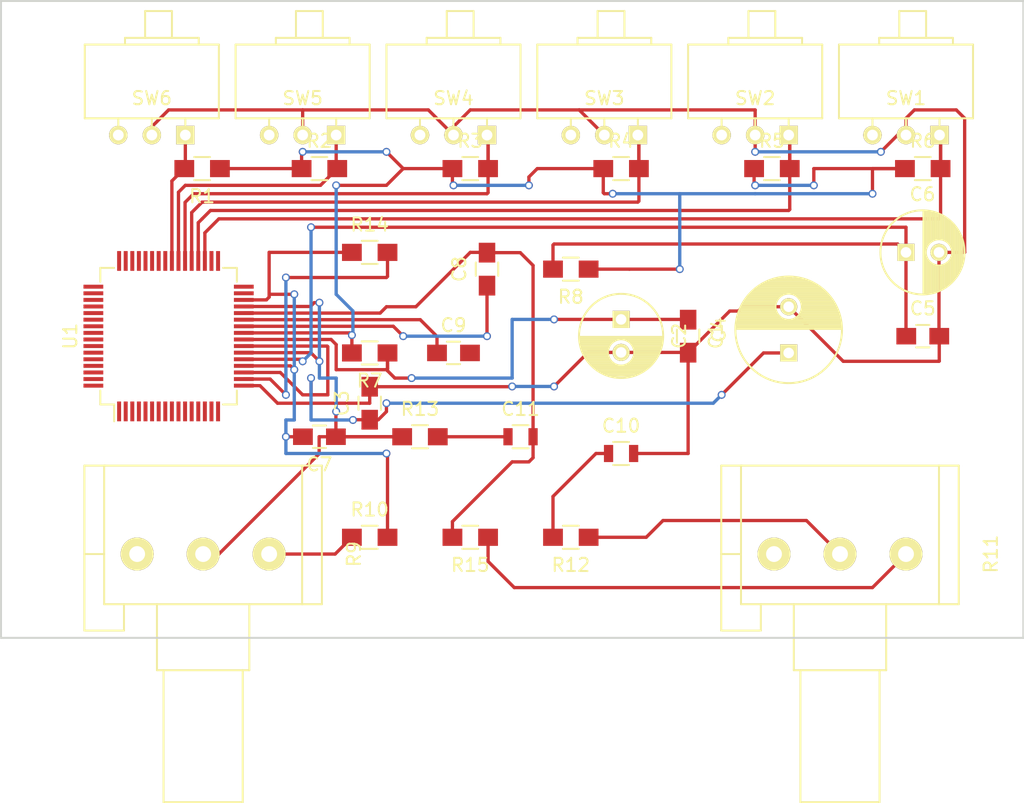
<source format=kicad_pcb>
(kicad_pcb (version 4) (host pcbnew 4.0.2-stable)

  (general
    (links 61)
    (no_connects 0)
    (area 152.324999 83.744999 229.945001 144.806081)
    (thickness 1.6)
    (drawings 4)
    (tracks 282)
    (zones 0)
    (modules 33)
    (nets 48)
  )

  (page A4)
  (layers
    (0 F.Cu signal)
    (31 B.Cu signal)
    (32 B.Adhes user)
    (33 F.Adhes user)
    (34 B.Paste user)
    (35 F.Paste user)
    (36 B.SilkS user)
    (37 F.SilkS user)
    (38 B.Mask user)
    (39 F.Mask user)
    (40 Dwgs.User user)
    (41 Cmts.User user)
    (42 Eco1.User user)
    (43 Eco2.User user)
    (44 Edge.Cuts user)
    (45 Margin user)
    (46 B.CrtYd user)
    (47 F.CrtYd user)
    (48 B.Fab user)
    (49 F.Fab user)
  )

  (setup
    (last_trace_width 0.25)
    (trace_clearance 0.2)
    (zone_clearance 0.508)
    (zone_45_only no)
    (trace_min 0.2)
    (segment_width 0.2)
    (edge_width 0.15)
    (via_size 0.6)
    (via_drill 0.4)
    (via_min_size 0.4)
    (via_min_drill 0.3)
    (uvia_size 0.3)
    (uvia_drill 0.1)
    (uvias_allowed no)
    (uvia_min_size 0.2)
    (uvia_min_drill 0.1)
    (pcb_text_width 0.3)
    (pcb_text_size 1.5 1.5)
    (mod_edge_width 0.15)
    (mod_text_size 0.000001 0.000001)
    (mod_text_width 0.15)
    (pad_size 1.4 1.4)
    (pad_drill 0.6)
    (pad_to_mask_clearance 0.2)
    (aux_axis_origin 0 0)
    (visible_elements FFFFFF7F)
    (pcbplotparams
      (layerselection 0x010f0_80000001)
      (usegerberextensions true)
      (excludeedgelayer true)
      (linewidth 0.100000)
      (plotframeref false)
      (viasonmask false)
      (mode 1)
      (useauxorigin false)
      (hpglpennumber 1)
      (hpglpenspeed 20)
      (hpglpendiameter 15)
      (hpglpenoverlay 2)
      (psnegative false)
      (psa4output false)
      (plotreference true)
      (plotvalue true)
      (plotinvisibletext false)
      (padsonsilk false)
      (subtractmaskfromsilk true)
      (outputformat 1)
      (mirror false)
      (drillshape 0)
      (scaleselection 1)
      (outputdirectory ""))
  )

  (net 0 "")
  (net 1 "Net-(C1-Pad1)")
  (net 2 GND)
  (net 3 "Net-(C3-Pad1)")
  (net 4 "Net-(C5-Pad1)")
  (net 5 "Net-(C7-Pad1)")
  (net 6 "Net-(C7-Pad2)")
  (net 7 "Net-(C8-Pad1)")
  (net 8 "Net-(C11-Pad2)")
  (net 9 "Net-(C9-Pad1)")
  (net 10 "Net-(C9-Pad2)")
  (net 11 "Net-(C10-Pad1)")
  (net 12 "Net-(C11-Pad1)")
  (net 13 "Net-(BT1-Pad1)")
  (net 14 "Net-(R1-Pad2)")
  (net 15 "Net-(R2-Pad2)")
  (net 16 "Net-(R3-Pad2)")
  (net 17 "Net-(R4-Pad2)")
  (net 18 "Net-(R5-Pad2)")
  (net 19 "Net-(R6-Pad2)")
  (net 20 "Net-(R10-Pad1)")
  (net 21 "Net-(R11-Pad1)")
  (net 22 "Net-(R11-Pad2)")
  (net 23 "Net-(P2-Pad1)")
  (net 24 "Net-(U1-Pad1)")
  (net 25 "Net-(U1-Pad2)")
  (net 26 "Net-(U1-Pad3)")
  (net 27 "Net-(U1-Pad4)")
  (net 28 "Net-(U1-Pad5)")
  (net 29 "Net-(U1-Pad6)")
  (net 30 "Net-(U1-Pad7)")
  (net 31 "Net-(U1-Pad8)")
  (net 32 "Net-(U1-Pad9)")
  (net 33 "Net-(U1-Pad10)")
  (net 34 "Net-(U1-Pad11)")
  (net 35 "Net-(U1-Pad12)")
  (net 36 "Net-(U1-Pad13)")
  (net 37 "Net-(U1-Pad14)")
  (net 38 "Net-(U1-Pad15)")
  (net 39 "Net-(U1-Pad16)")
  (net 40 "Net-(U1-Pad31)")
  (net 41 "Net-(U1-Pad32)")
  (net 42 "Net-(U1-Pad33)")
  (net 43 "Net-(U1-Pad34)")
  (net 44 "Net-(U1-Pad41)")
  (net 45 "Net-(U1-Pad42)")
  (net 46 "Net-(U1-Pad43)")
  (net 47 "Net-(U1-Pad44)")

  (net_class Default "This is the default net class."
    (clearance 0.2)
    (trace_width 0.25)
    (via_dia 0.6)
    (via_drill 0.4)
    (uvia_dia 0.3)
    (uvia_drill 0.1)
    (add_net GND)
    (add_net "Net-(BT1-Pad1)")
    (add_net "Net-(C1-Pad1)")
    (add_net "Net-(C10-Pad1)")
    (add_net "Net-(C11-Pad1)")
    (add_net "Net-(C11-Pad2)")
    (add_net "Net-(C3-Pad1)")
    (add_net "Net-(C5-Pad1)")
    (add_net "Net-(C7-Pad1)")
    (add_net "Net-(C7-Pad2)")
    (add_net "Net-(C8-Pad1)")
    (add_net "Net-(C9-Pad1)")
    (add_net "Net-(C9-Pad2)")
    (add_net "Net-(P2-Pad1)")
    (add_net "Net-(R1-Pad2)")
    (add_net "Net-(R10-Pad1)")
    (add_net "Net-(R11-Pad1)")
    (add_net "Net-(R11-Pad2)")
    (add_net "Net-(R2-Pad2)")
    (add_net "Net-(R3-Pad2)")
    (add_net "Net-(R4-Pad2)")
    (add_net "Net-(R5-Pad2)")
    (add_net "Net-(R6-Pad2)")
    (add_net "Net-(U1-Pad1)")
    (add_net "Net-(U1-Pad10)")
    (add_net "Net-(U1-Pad11)")
    (add_net "Net-(U1-Pad12)")
    (add_net "Net-(U1-Pad13)")
    (add_net "Net-(U1-Pad14)")
    (add_net "Net-(U1-Pad15)")
    (add_net "Net-(U1-Pad16)")
    (add_net "Net-(U1-Pad2)")
    (add_net "Net-(U1-Pad3)")
    (add_net "Net-(U1-Pad31)")
    (add_net "Net-(U1-Pad32)")
    (add_net "Net-(U1-Pad33)")
    (add_net "Net-(U1-Pad34)")
    (add_net "Net-(U1-Pad4)")
    (add_net "Net-(U1-Pad41)")
    (add_net "Net-(U1-Pad42)")
    (add_net "Net-(U1-Pad43)")
    (add_net "Net-(U1-Pad44)")
    (add_net "Net-(U1-Pad5)")
    (add_net "Net-(U1-Pad6)")
    (add_net "Net-(U1-Pad7)")
    (add_net "Net-(U1-Pad8)")
    (add_net "Net-(U1-Pad9)")
  )

  (module Capacitors_ThroughHole:C_Radial_D6.3_L11.2_P2.5 (layer F.Cu) (tedit 0) (tstamp 5736BD6D)
    (at 199.39 107.95 270)
    (descr "Radial Electrolytic Capacitor, Diameter 6.3mm x Length 11.2mm, Pitch 2.5mm")
    (tags "Electrolytic Capacitor")
    (path /561665DD)
    (fp_text reference C2 (at 1.25 -4.4 270) (layer F.SilkS)
      (effects (font (size 1 1) (thickness 0.15)))
    )
    (fp_text value 100u (at 1.25 4.4 270) (layer F.Fab)
      (effects (font (size 1 1) (thickness 0.15)))
    )
    (fp_line (start 1.325 -3.149) (end 1.325 3.149) (layer F.SilkS) (width 0.15))
    (fp_line (start 1.465 -3.143) (end 1.465 3.143) (layer F.SilkS) (width 0.15))
    (fp_line (start 1.605 -3.13) (end 1.605 -0.446) (layer F.SilkS) (width 0.15))
    (fp_line (start 1.605 0.446) (end 1.605 3.13) (layer F.SilkS) (width 0.15))
    (fp_line (start 1.745 -3.111) (end 1.745 -0.656) (layer F.SilkS) (width 0.15))
    (fp_line (start 1.745 0.656) (end 1.745 3.111) (layer F.SilkS) (width 0.15))
    (fp_line (start 1.885 -3.085) (end 1.885 -0.789) (layer F.SilkS) (width 0.15))
    (fp_line (start 1.885 0.789) (end 1.885 3.085) (layer F.SilkS) (width 0.15))
    (fp_line (start 2.025 -3.053) (end 2.025 -0.88) (layer F.SilkS) (width 0.15))
    (fp_line (start 2.025 0.88) (end 2.025 3.053) (layer F.SilkS) (width 0.15))
    (fp_line (start 2.165 -3.014) (end 2.165 -0.942) (layer F.SilkS) (width 0.15))
    (fp_line (start 2.165 0.942) (end 2.165 3.014) (layer F.SilkS) (width 0.15))
    (fp_line (start 2.305 -2.968) (end 2.305 -0.981) (layer F.SilkS) (width 0.15))
    (fp_line (start 2.305 0.981) (end 2.305 2.968) (layer F.SilkS) (width 0.15))
    (fp_line (start 2.445 -2.915) (end 2.445 -0.998) (layer F.SilkS) (width 0.15))
    (fp_line (start 2.445 0.998) (end 2.445 2.915) (layer F.SilkS) (width 0.15))
    (fp_line (start 2.585 -2.853) (end 2.585 -0.996) (layer F.SilkS) (width 0.15))
    (fp_line (start 2.585 0.996) (end 2.585 2.853) (layer F.SilkS) (width 0.15))
    (fp_line (start 2.725 -2.783) (end 2.725 -0.974) (layer F.SilkS) (width 0.15))
    (fp_line (start 2.725 0.974) (end 2.725 2.783) (layer F.SilkS) (width 0.15))
    (fp_line (start 2.865 -2.704) (end 2.865 -0.931) (layer F.SilkS) (width 0.15))
    (fp_line (start 2.865 0.931) (end 2.865 2.704) (layer F.SilkS) (width 0.15))
    (fp_line (start 3.005 -2.616) (end 3.005 -0.863) (layer F.SilkS) (width 0.15))
    (fp_line (start 3.005 0.863) (end 3.005 2.616) (layer F.SilkS) (width 0.15))
    (fp_line (start 3.145 -2.516) (end 3.145 -0.764) (layer F.SilkS) (width 0.15))
    (fp_line (start 3.145 0.764) (end 3.145 2.516) (layer F.SilkS) (width 0.15))
    (fp_line (start 3.285 -2.404) (end 3.285 -0.619) (layer F.SilkS) (width 0.15))
    (fp_line (start 3.285 0.619) (end 3.285 2.404) (layer F.SilkS) (width 0.15))
    (fp_line (start 3.425 -2.279) (end 3.425 -0.38) (layer F.SilkS) (width 0.15))
    (fp_line (start 3.425 0.38) (end 3.425 2.279) (layer F.SilkS) (width 0.15))
    (fp_line (start 3.565 -2.136) (end 3.565 2.136) (layer F.SilkS) (width 0.15))
    (fp_line (start 3.705 -1.974) (end 3.705 1.974) (layer F.SilkS) (width 0.15))
    (fp_line (start 3.845 -1.786) (end 3.845 1.786) (layer F.SilkS) (width 0.15))
    (fp_line (start 3.985 -1.563) (end 3.985 1.563) (layer F.SilkS) (width 0.15))
    (fp_line (start 4.125 -1.287) (end 4.125 1.287) (layer F.SilkS) (width 0.15))
    (fp_line (start 4.265 -0.912) (end 4.265 0.912) (layer F.SilkS) (width 0.15))
    (fp_circle (center 2.5 0) (end 2.5 -1) (layer F.SilkS) (width 0.15))
    (fp_circle (center 1.25 0) (end 1.25 -3.1875) (layer F.SilkS) (width 0.15))
    (fp_circle (center 1.25 0) (end 1.25 -3.4) (layer F.CrtYd) (width 0.05))
    (pad 2 thru_hole circle (at 2.5 0 270) (size 1.3 1.3) (drill 0.8) (layers *.Cu *.Mask F.SilkS)
      (net 2 GND))
    (pad 1 thru_hole rect (at 0 0 270) (size 1.3 1.3) (drill 0.8) (layers *.Cu *.Mask F.SilkS)
      (net 1 "Net-(C1-Pad1)"))
    (model Capacitors_ThroughHole.3dshapes/C_Radial_D6.3_L11.2_P2.5.wrl
      (at (xyz 0 0 0))
      (scale (xyz 1 1 1))
      (rotate (xyz 0 0 0))
    )
  )

  (module Capacitors_ThroughHole:C_Radial_D8_L11.5_P3.5 (layer F.Cu) (tedit 0) (tstamp 5736BDAE)
    (at 212.09 110.49 90)
    (descr "Radial Electrolytic Capacitor Diameter 8mm x Length 11.5mm, Pitch 3.5mm")
    (tags "Electrolytic Capacitor")
    (path /56166608)
    (fp_text reference C4 (at 1.75 -5.3 90) (layer F.SilkS)
      (effects (font (size 1 1) (thickness 0.15)))
    )
    (fp_text value 470u (at 1.75 5.3 90) (layer F.Fab)
      (effects (font (size 1 1) (thickness 0.15)))
    )
    (fp_line (start 1.825 -3.999) (end 1.825 3.999) (layer F.SilkS) (width 0.15))
    (fp_line (start 1.965 -3.994) (end 1.965 3.994) (layer F.SilkS) (width 0.15))
    (fp_line (start 2.105 -3.984) (end 2.105 3.984) (layer F.SilkS) (width 0.15))
    (fp_line (start 2.245 -3.969) (end 2.245 3.969) (layer F.SilkS) (width 0.15))
    (fp_line (start 2.385 -3.949) (end 2.385 3.949) (layer F.SilkS) (width 0.15))
    (fp_line (start 2.525 -3.924) (end 2.525 -0.222) (layer F.SilkS) (width 0.15))
    (fp_line (start 2.525 0.222) (end 2.525 3.924) (layer F.SilkS) (width 0.15))
    (fp_line (start 2.665 -3.894) (end 2.665 -0.55) (layer F.SilkS) (width 0.15))
    (fp_line (start 2.665 0.55) (end 2.665 3.894) (layer F.SilkS) (width 0.15))
    (fp_line (start 2.805 -3.858) (end 2.805 -0.719) (layer F.SilkS) (width 0.15))
    (fp_line (start 2.805 0.719) (end 2.805 3.858) (layer F.SilkS) (width 0.15))
    (fp_line (start 2.945 -3.817) (end 2.945 -0.832) (layer F.SilkS) (width 0.15))
    (fp_line (start 2.945 0.832) (end 2.945 3.817) (layer F.SilkS) (width 0.15))
    (fp_line (start 3.085 -3.771) (end 3.085 -0.91) (layer F.SilkS) (width 0.15))
    (fp_line (start 3.085 0.91) (end 3.085 3.771) (layer F.SilkS) (width 0.15))
    (fp_line (start 3.225 -3.718) (end 3.225 -0.961) (layer F.SilkS) (width 0.15))
    (fp_line (start 3.225 0.961) (end 3.225 3.718) (layer F.SilkS) (width 0.15))
    (fp_line (start 3.365 -3.659) (end 3.365 -0.991) (layer F.SilkS) (width 0.15))
    (fp_line (start 3.365 0.991) (end 3.365 3.659) (layer F.SilkS) (width 0.15))
    (fp_line (start 3.505 -3.594) (end 3.505 -1) (layer F.SilkS) (width 0.15))
    (fp_line (start 3.505 1) (end 3.505 3.594) (layer F.SilkS) (width 0.15))
    (fp_line (start 3.645 -3.523) (end 3.645 -0.989) (layer F.SilkS) (width 0.15))
    (fp_line (start 3.645 0.989) (end 3.645 3.523) (layer F.SilkS) (width 0.15))
    (fp_line (start 3.785 -3.444) (end 3.785 -0.959) (layer F.SilkS) (width 0.15))
    (fp_line (start 3.785 0.959) (end 3.785 3.444) (layer F.SilkS) (width 0.15))
    (fp_line (start 3.925 -3.357) (end 3.925 -0.905) (layer F.SilkS) (width 0.15))
    (fp_line (start 3.925 0.905) (end 3.925 3.357) (layer F.SilkS) (width 0.15))
    (fp_line (start 4.065 -3.262) (end 4.065 -0.825) (layer F.SilkS) (width 0.15))
    (fp_line (start 4.065 0.825) (end 4.065 3.262) (layer F.SilkS) (width 0.15))
    (fp_line (start 4.205 -3.158) (end 4.205 -0.709) (layer F.SilkS) (width 0.15))
    (fp_line (start 4.205 0.709) (end 4.205 3.158) (layer F.SilkS) (width 0.15))
    (fp_line (start 4.345 -3.044) (end 4.345 -0.535) (layer F.SilkS) (width 0.15))
    (fp_line (start 4.345 0.535) (end 4.345 3.044) (layer F.SilkS) (width 0.15))
    (fp_line (start 4.485 -2.919) (end 4.485 -0.173) (layer F.SilkS) (width 0.15))
    (fp_line (start 4.485 0.173) (end 4.485 2.919) (layer F.SilkS) (width 0.15))
    (fp_line (start 4.625 -2.781) (end 4.625 2.781) (layer F.SilkS) (width 0.15))
    (fp_line (start 4.765 -2.629) (end 4.765 2.629) (layer F.SilkS) (width 0.15))
    (fp_line (start 4.905 -2.459) (end 4.905 2.459) (layer F.SilkS) (width 0.15))
    (fp_line (start 5.045 -2.268) (end 5.045 2.268) (layer F.SilkS) (width 0.15))
    (fp_line (start 5.185 -2.05) (end 5.185 2.05) (layer F.SilkS) (width 0.15))
    (fp_line (start 5.325 -1.794) (end 5.325 1.794) (layer F.SilkS) (width 0.15))
    (fp_line (start 5.465 -1.483) (end 5.465 1.483) (layer F.SilkS) (width 0.15))
    (fp_line (start 5.605 -1.067) (end 5.605 1.067) (layer F.SilkS) (width 0.15))
    (fp_line (start 5.745 -0.2) (end 5.745 0.2) (layer F.SilkS) (width 0.15))
    (fp_circle (center 3.5 0) (end 3.5 -1) (layer F.SilkS) (width 0.15))
    (fp_circle (center 1.75 0) (end 1.75 -4.0375) (layer F.SilkS) (width 0.15))
    (fp_circle (center 1.75 0) (end 1.75 -4.3) (layer F.CrtYd) (width 0.05))
    (pad 2 thru_hole circle (at 3.5 0 90) (size 1.3 1.3) (drill 0.8) (layers *.Cu *.Mask F.SilkS)
      (net 2 GND))
    (pad 1 thru_hole rect (at 0 0 90) (size 1.3 1.3) (drill 0.8) (layers *.Cu *.Mask F.SilkS)
      (net 3 "Net-(C3-Pad1)"))
    (model Capacitors_ThroughHole.3dshapes/C_Radial_D8_L11.5_P3.5.wrl
      (at (xyz 0 0 0))
      (scale (xyz 1 1 1))
      (rotate (xyz 0 0 0))
    )
  )

  (module Capacitors_ThroughHole:C_Radial_D6.3_L11.2_P2.5 (layer F.Cu) (tedit 0) (tstamp 5736BDE7)
    (at 220.98 102.87)
    (descr "Radial Electrolytic Capacitor, Diameter 6.3mm x Length 11.2mm, Pitch 2.5mm")
    (tags "Electrolytic Capacitor")
    (path /56166602)
    (fp_text reference C6 (at 1.25 -4.4) (layer F.SilkS)
      (effects (font (size 1 1) (thickness 0.15)))
    )
    (fp_text value 100u (at 1.25 4.4) (layer F.Fab)
      (effects (font (size 1 1) (thickness 0.15)))
    )
    (fp_line (start 1.325 -3.149) (end 1.325 3.149) (layer F.SilkS) (width 0.15))
    (fp_line (start 1.465 -3.143) (end 1.465 3.143) (layer F.SilkS) (width 0.15))
    (fp_line (start 1.605 -3.13) (end 1.605 -0.446) (layer F.SilkS) (width 0.15))
    (fp_line (start 1.605 0.446) (end 1.605 3.13) (layer F.SilkS) (width 0.15))
    (fp_line (start 1.745 -3.111) (end 1.745 -0.656) (layer F.SilkS) (width 0.15))
    (fp_line (start 1.745 0.656) (end 1.745 3.111) (layer F.SilkS) (width 0.15))
    (fp_line (start 1.885 -3.085) (end 1.885 -0.789) (layer F.SilkS) (width 0.15))
    (fp_line (start 1.885 0.789) (end 1.885 3.085) (layer F.SilkS) (width 0.15))
    (fp_line (start 2.025 -3.053) (end 2.025 -0.88) (layer F.SilkS) (width 0.15))
    (fp_line (start 2.025 0.88) (end 2.025 3.053) (layer F.SilkS) (width 0.15))
    (fp_line (start 2.165 -3.014) (end 2.165 -0.942) (layer F.SilkS) (width 0.15))
    (fp_line (start 2.165 0.942) (end 2.165 3.014) (layer F.SilkS) (width 0.15))
    (fp_line (start 2.305 -2.968) (end 2.305 -0.981) (layer F.SilkS) (width 0.15))
    (fp_line (start 2.305 0.981) (end 2.305 2.968) (layer F.SilkS) (width 0.15))
    (fp_line (start 2.445 -2.915) (end 2.445 -0.998) (layer F.SilkS) (width 0.15))
    (fp_line (start 2.445 0.998) (end 2.445 2.915) (layer F.SilkS) (width 0.15))
    (fp_line (start 2.585 -2.853) (end 2.585 -0.996) (layer F.SilkS) (width 0.15))
    (fp_line (start 2.585 0.996) (end 2.585 2.853) (layer F.SilkS) (width 0.15))
    (fp_line (start 2.725 -2.783) (end 2.725 -0.974) (layer F.SilkS) (width 0.15))
    (fp_line (start 2.725 0.974) (end 2.725 2.783) (layer F.SilkS) (width 0.15))
    (fp_line (start 2.865 -2.704) (end 2.865 -0.931) (layer F.SilkS) (width 0.15))
    (fp_line (start 2.865 0.931) (end 2.865 2.704) (layer F.SilkS) (width 0.15))
    (fp_line (start 3.005 -2.616) (end 3.005 -0.863) (layer F.SilkS) (width 0.15))
    (fp_line (start 3.005 0.863) (end 3.005 2.616) (layer F.SilkS) (width 0.15))
    (fp_line (start 3.145 -2.516) (end 3.145 -0.764) (layer F.SilkS) (width 0.15))
    (fp_line (start 3.145 0.764) (end 3.145 2.516) (layer F.SilkS) (width 0.15))
    (fp_line (start 3.285 -2.404) (end 3.285 -0.619) (layer F.SilkS) (width 0.15))
    (fp_line (start 3.285 0.619) (end 3.285 2.404) (layer F.SilkS) (width 0.15))
    (fp_line (start 3.425 -2.279) (end 3.425 -0.38) (layer F.SilkS) (width 0.15))
    (fp_line (start 3.425 0.38) (end 3.425 2.279) (layer F.SilkS) (width 0.15))
    (fp_line (start 3.565 -2.136) (end 3.565 2.136) (layer F.SilkS) (width 0.15))
    (fp_line (start 3.705 -1.974) (end 3.705 1.974) (layer F.SilkS) (width 0.15))
    (fp_line (start 3.845 -1.786) (end 3.845 1.786) (layer F.SilkS) (width 0.15))
    (fp_line (start 3.985 -1.563) (end 3.985 1.563) (layer F.SilkS) (width 0.15))
    (fp_line (start 4.125 -1.287) (end 4.125 1.287) (layer F.SilkS) (width 0.15))
    (fp_line (start 4.265 -0.912) (end 4.265 0.912) (layer F.SilkS) (width 0.15))
    (fp_circle (center 2.5 0) (end 2.5 -1) (layer F.SilkS) (width 0.15))
    (fp_circle (center 1.25 0) (end 1.25 -3.1875) (layer F.SilkS) (width 0.15))
    (fp_circle (center 1.25 0) (end 1.25 -3.4) (layer F.CrtYd) (width 0.05))
    (pad 2 thru_hole circle (at 2.5 0) (size 1.3 1.3) (drill 0.8) (layers *.Cu *.Mask F.SilkS)
      (net 2 GND))
    (pad 1 thru_hole rect (at 0 0) (size 1.3 1.3) (drill 0.8) (layers *.Cu *.Mask F.SilkS)
      (net 4 "Net-(C5-Pad1)"))
    (model Capacitors_ThroughHole.3dshapes/C_Radial_D6.3_L11.2_P2.5.wrl
      (at (xyz 0 0 0))
      (scale (xyz 1 1 1))
      (rotate (xyz 0 0 0))
    )
  )

  (module Resistors_SMD:R_0805 (layer F.Cu) (tedit 5415CDEB) (tstamp 5736BE17)
    (at 199.39 118.11)
    (descr "Resistor SMD 0805, reflow soldering, Vishay (see dcrcw.pdf)")
    (tags "resistor 0805")
    (path /5616264F)
    (attr smd)
    (fp_text reference C10 (at 0 -2.1) (layer F.SilkS)
      (effects (font (size 1 1) (thickness 0.15)))
    )
    (fp_text value 0.1u (at 0 2.1) (layer F.Fab)
      (effects (font (size 1 1) (thickness 0.15)))
    )
    (fp_line (start -1.6 -1) (end 1.6 -1) (layer F.CrtYd) (width 0.05))
    (fp_line (start -1.6 1) (end 1.6 1) (layer F.CrtYd) (width 0.05))
    (fp_line (start -1.6 -1) (end -1.6 1) (layer F.CrtYd) (width 0.05))
    (fp_line (start 1.6 -1) (end 1.6 1) (layer F.CrtYd) (width 0.05))
    (fp_line (start 0.6 0.875) (end -0.6 0.875) (layer F.SilkS) (width 0.15))
    (fp_line (start -0.6 -0.875) (end 0.6 -0.875) (layer F.SilkS) (width 0.15))
    (pad 1 smd rect (at -0.95 0) (size 0.7 1.3) (layers F.Cu F.Paste F.Mask)
      (net 11 "Net-(C10-Pad1)"))
    (pad 2 smd rect (at 0.95 0) (size 0.7 1.3) (layers F.Cu F.Paste F.Mask)
      (net 2 GND))
    (model Resistors_SMD.3dshapes/R_0805.wrl
      (at (xyz 0 0 0))
      (scale (xyz 1 1 1))
      (rotate (xyz 0 0 0))
    )
  )

  (module Resistors_SMD:R_0805 (layer F.Cu) (tedit 5415CDEB) (tstamp 5736BE23)
    (at 191.77 116.84)
    (descr "Resistor SMD 0805, reflow soldering, Vishay (see dcrcw.pdf)")
    (tags "resistor 0805")
    (path /561626B8)
    (attr smd)
    (fp_text reference C11 (at 0 -2.1) (layer F.SilkS)
      (effects (font (size 1 1) (thickness 0.15)))
    )
    (fp_text value 0.47u (at 0 2.1) (layer F.Fab)
      (effects (font (size 1 1) (thickness 0.15)))
    )
    (fp_line (start -1.6 -1) (end 1.6 -1) (layer F.CrtYd) (width 0.05))
    (fp_line (start -1.6 1) (end 1.6 1) (layer F.CrtYd) (width 0.05))
    (fp_line (start -1.6 -1) (end -1.6 1) (layer F.CrtYd) (width 0.05))
    (fp_line (start 1.6 -1) (end 1.6 1) (layer F.CrtYd) (width 0.05))
    (fp_line (start 0.6 0.875) (end -0.6 0.875) (layer F.SilkS) (width 0.15))
    (fp_line (start -0.6 -0.875) (end 0.6 -0.875) (layer F.SilkS) (width 0.15))
    (pad 1 smd rect (at -0.95 0) (size 0.7 1.3) (layers F.Cu F.Paste F.Mask)
      (net 12 "Net-(C11-Pad1)"))
    (pad 2 smd rect (at 0.95 0) (size 0.7 1.3) (layers F.Cu F.Paste F.Mask)
      (net 8 "Net-(C11-Pad2)"))
    (model Resistors_SMD.3dshapes/R_0805.wrl
      (at (xyz 0 0 0))
      (scale (xyz 1 1 1))
      (rotate (xyz 0 0 0))
    )
  )

  (module Resistors_SMD:R_0805_HandSoldering (layer F.Cu) (tedit 54189DEE) (tstamp 5736BE2F)
    (at 167.64 96.52 180)
    (descr "Resistor SMD 0805, hand soldering")
    (tags "resistor 0805")
    (path /5616246B)
    (attr smd)
    (fp_text reference R1 (at 0 -2.1 180) (layer F.SilkS)
      (effects (font (size 1 1) (thickness 0.15)))
    )
    (fp_text value 47k (at 0 2.1 180) (layer F.Fab)
      (effects (font (size 1 1) (thickness 0.15)))
    )
    (fp_line (start -2.4 -1) (end 2.4 -1) (layer F.CrtYd) (width 0.05))
    (fp_line (start -2.4 1) (end 2.4 1) (layer F.CrtYd) (width 0.05))
    (fp_line (start -2.4 -1) (end -2.4 1) (layer F.CrtYd) (width 0.05))
    (fp_line (start 2.4 -1) (end 2.4 1) (layer F.CrtYd) (width 0.05))
    (fp_line (start 0.6 0.875) (end -0.6 0.875) (layer F.SilkS) (width 0.15))
    (fp_line (start -0.6 -0.875) (end 0.6 -0.875) (layer F.SilkS) (width 0.15))
    (pad 1 smd rect (at -1.35 0 180) (size 1.5 1.3) (layers F.Cu F.Paste F.Mask)
      (net 13 "Net-(BT1-Pad1)"))
    (pad 2 smd rect (at 1.35 0 180) (size 1.5 1.3) (layers F.Cu F.Paste F.Mask)
      (net 14 "Net-(R1-Pad2)"))
    (model Resistors_SMD.3dshapes/R_0805_HandSoldering.wrl
      (at (xyz 0 0 0))
      (scale (xyz 1 1 1))
      (rotate (xyz 0 0 0))
    )
  )

  (module Resistors_SMD:R_0805_HandSoldering (layer F.Cu) (tedit 54189DEE) (tstamp 5736BE3B)
    (at 176.53 96.52)
    (descr "Resistor SMD 0805, hand soldering")
    (tags "resistor 0805")
    (path /56160318)
    (attr smd)
    (fp_text reference R2 (at 0 -2.1) (layer F.SilkS)
      (effects (font (size 1 1) (thickness 0.15)))
    )
    (fp_text value 47k (at 0 2.1) (layer F.Fab)
      (effects (font (size 1 1) (thickness 0.15)))
    )
    (fp_line (start -2.4 -1) (end 2.4 -1) (layer F.CrtYd) (width 0.05))
    (fp_line (start -2.4 1) (end 2.4 1) (layer F.CrtYd) (width 0.05))
    (fp_line (start -2.4 -1) (end -2.4 1) (layer F.CrtYd) (width 0.05))
    (fp_line (start 2.4 -1) (end 2.4 1) (layer F.CrtYd) (width 0.05))
    (fp_line (start 0.6 0.875) (end -0.6 0.875) (layer F.SilkS) (width 0.15))
    (fp_line (start -0.6 -0.875) (end 0.6 -0.875) (layer F.SilkS) (width 0.15))
    (pad 1 smd rect (at -1.35 0) (size 1.5 1.3) (layers F.Cu F.Paste F.Mask)
      (net 13 "Net-(BT1-Pad1)"))
    (pad 2 smd rect (at 1.35 0) (size 1.5 1.3) (layers F.Cu F.Paste F.Mask)
      (net 15 "Net-(R2-Pad2)"))
    (model Resistors_SMD.3dshapes/R_0805_HandSoldering.wrl
      (at (xyz 0 0 0))
      (scale (xyz 1 1 1))
      (rotate (xyz 0 0 0))
    )
  )

  (module Resistors_SMD:R_0805_HandSoldering (layer F.Cu) (tedit 54189DEE) (tstamp 5736BE47)
    (at 187.96 96.52)
    (descr "Resistor SMD 0805, hand soldering")
    (tags "resistor 0805")
    (path /56162487)
    (attr smd)
    (fp_text reference R3 (at 0 -2.1) (layer F.SilkS)
      (effects (font (size 1 1) (thickness 0.15)))
    )
    (fp_text value 47k (at 0 2.1) (layer F.Fab)
      (effects (font (size 1 1) (thickness 0.15)))
    )
    (fp_line (start -2.4 -1) (end 2.4 -1) (layer F.CrtYd) (width 0.05))
    (fp_line (start -2.4 1) (end 2.4 1) (layer F.CrtYd) (width 0.05))
    (fp_line (start -2.4 -1) (end -2.4 1) (layer F.CrtYd) (width 0.05))
    (fp_line (start 2.4 -1) (end 2.4 1) (layer F.CrtYd) (width 0.05))
    (fp_line (start 0.6 0.875) (end -0.6 0.875) (layer F.SilkS) (width 0.15))
    (fp_line (start -0.6 -0.875) (end 0.6 -0.875) (layer F.SilkS) (width 0.15))
    (pad 1 smd rect (at -1.35 0) (size 1.5 1.3) (layers F.Cu F.Paste F.Mask)
      (net 13 "Net-(BT1-Pad1)"))
    (pad 2 smd rect (at 1.35 0) (size 1.5 1.3) (layers F.Cu F.Paste F.Mask)
      (net 16 "Net-(R3-Pad2)"))
    (model Resistors_SMD.3dshapes/R_0805_HandSoldering.wrl
      (at (xyz 0 0 0))
      (scale (xyz 1 1 1))
      (rotate (xyz 0 0 0))
    )
  )

  (module Resistors_SMD:R_0805_HandSoldering (layer F.Cu) (tedit 54189DEE) (tstamp 5736BE53)
    (at 199.39 96.52)
    (descr "Resistor SMD 0805, hand soldering")
    (tags "resistor 0805")
    (path /56162491)
    (attr smd)
    (fp_text reference R4 (at 0 -2.1) (layer F.SilkS)
      (effects (font (size 1 1) (thickness 0.15)))
    )
    (fp_text value 47k (at 0 2.1) (layer F.Fab)
      (effects (font (size 1 1) (thickness 0.15)))
    )
    (fp_line (start -2.4 -1) (end 2.4 -1) (layer F.CrtYd) (width 0.05))
    (fp_line (start -2.4 1) (end 2.4 1) (layer F.CrtYd) (width 0.05))
    (fp_line (start -2.4 -1) (end -2.4 1) (layer F.CrtYd) (width 0.05))
    (fp_line (start 2.4 -1) (end 2.4 1) (layer F.CrtYd) (width 0.05))
    (fp_line (start 0.6 0.875) (end -0.6 0.875) (layer F.SilkS) (width 0.15))
    (fp_line (start -0.6 -0.875) (end 0.6 -0.875) (layer F.SilkS) (width 0.15))
    (pad 1 smd rect (at -1.35 0) (size 1.5 1.3) (layers F.Cu F.Paste F.Mask)
      (net 13 "Net-(BT1-Pad1)"))
    (pad 2 smd rect (at 1.35 0) (size 1.5 1.3) (layers F.Cu F.Paste F.Mask)
      (net 17 "Net-(R4-Pad2)"))
    (model Resistors_SMD.3dshapes/R_0805_HandSoldering.wrl
      (at (xyz 0 0 0))
      (scale (xyz 1 1 1))
      (rotate (xyz 0 0 0))
    )
  )

  (module Resistors_SMD:R_0805_HandSoldering (layer F.Cu) (tedit 54189DEE) (tstamp 5736BE5F)
    (at 210.82 96.52)
    (descr "Resistor SMD 0805, hand soldering")
    (tags "resistor 0805")
    (path /56162497)
    (attr smd)
    (fp_text reference R5 (at 0 -2.1) (layer F.SilkS)
      (effects (font (size 1 1) (thickness 0.15)))
    )
    (fp_text value 47k (at 0 2.1) (layer F.Fab)
      (effects (font (size 1 1) (thickness 0.15)))
    )
    (fp_line (start -2.4 -1) (end 2.4 -1) (layer F.CrtYd) (width 0.05))
    (fp_line (start -2.4 1) (end 2.4 1) (layer F.CrtYd) (width 0.05))
    (fp_line (start -2.4 -1) (end -2.4 1) (layer F.CrtYd) (width 0.05))
    (fp_line (start 2.4 -1) (end 2.4 1) (layer F.CrtYd) (width 0.05))
    (fp_line (start 0.6 0.875) (end -0.6 0.875) (layer F.SilkS) (width 0.15))
    (fp_line (start -0.6 -0.875) (end 0.6 -0.875) (layer F.SilkS) (width 0.15))
    (pad 1 smd rect (at -1.35 0) (size 1.5 1.3) (layers F.Cu F.Paste F.Mask)
      (net 13 "Net-(BT1-Pad1)"))
    (pad 2 smd rect (at 1.35 0) (size 1.5 1.3) (layers F.Cu F.Paste F.Mask)
      (net 18 "Net-(R5-Pad2)"))
    (model Resistors_SMD.3dshapes/R_0805_HandSoldering.wrl
      (at (xyz 0 0 0))
      (scale (xyz 1 1 1))
      (rotate (xyz 0 0 0))
    )
  )

  (module Resistors_SMD:R_0805_HandSoldering (layer F.Cu) (tedit 54189DEE) (tstamp 5736BE6B)
    (at 222.25 96.52)
    (descr "Resistor SMD 0805, hand soldering")
    (tags "resistor 0805")
    (path /5616249D)
    (attr smd)
    (fp_text reference R6 (at 0 -2.1) (layer F.SilkS)
      (effects (font (size 1 1) (thickness 0.15)))
    )
    (fp_text value 47k (at 0 2.1) (layer F.Fab)
      (effects (font (size 1 1) (thickness 0.15)))
    )
    (fp_line (start -2.4 -1) (end 2.4 -1) (layer F.CrtYd) (width 0.05))
    (fp_line (start -2.4 1) (end 2.4 1) (layer F.CrtYd) (width 0.05))
    (fp_line (start -2.4 -1) (end -2.4 1) (layer F.CrtYd) (width 0.05))
    (fp_line (start 2.4 -1) (end 2.4 1) (layer F.CrtYd) (width 0.05))
    (fp_line (start 0.6 0.875) (end -0.6 0.875) (layer F.SilkS) (width 0.15))
    (fp_line (start -0.6 -0.875) (end 0.6 -0.875) (layer F.SilkS) (width 0.15))
    (pad 1 smd rect (at -1.35 0) (size 1.5 1.3) (layers F.Cu F.Paste F.Mask)
      (net 13 "Net-(BT1-Pad1)"))
    (pad 2 smd rect (at 1.35 0) (size 1.5 1.3) (layers F.Cu F.Paste F.Mask)
      (net 19 "Net-(R6-Pad2)"))
    (model Resistors_SMD.3dshapes/R_0805_HandSoldering.wrl
      (at (xyz 0 0 0))
      (scale (xyz 1 1 1))
      (rotate (xyz 0 0 0))
    )
  )

  (module Resistors_SMD:R_0805_HandSoldering (layer F.Cu) (tedit 54189DEE) (tstamp 5736BE77)
    (at 180.34 110.49 180)
    (descr "Resistor SMD 0805, hand soldering")
    (tags "resistor 0805")
    (path /56162591)
    (attr smd)
    (fp_text reference R7 (at 0 -2.1 180) (layer F.SilkS)
      (effects (font (size 1 1) (thickness 0.15)))
    )
    (fp_text value 67k (at 0 2.1 180) (layer F.Fab)
      (effects (font (size 1 1) (thickness 0.15)))
    )
    (fp_line (start -2.4 -1) (end 2.4 -1) (layer F.CrtYd) (width 0.05))
    (fp_line (start -2.4 1) (end 2.4 1) (layer F.CrtYd) (width 0.05))
    (fp_line (start -2.4 -1) (end -2.4 1) (layer F.CrtYd) (width 0.05))
    (fp_line (start 2.4 -1) (end 2.4 1) (layer F.CrtYd) (width 0.05))
    (fp_line (start 0.6 0.875) (end -0.6 0.875) (layer F.SilkS) (width 0.15))
    (fp_line (start -0.6 -0.875) (end 0.6 -0.875) (layer F.SilkS) (width 0.15))
    (pad 1 smd rect (at -1.35 0 180) (size 1.5 1.3) (layers F.Cu F.Paste F.Mask)
      (net 1 "Net-(C1-Pad1)"))
    (pad 2 smd rect (at 1.35 0 180) (size 1.5 1.3) (layers F.Cu F.Paste F.Mask)
      (net 13 "Net-(BT1-Pad1)"))
    (model Resistors_SMD.3dshapes/R_0805_HandSoldering.wrl
      (at (xyz 0 0 0))
      (scale (xyz 1 1 1))
      (rotate (xyz 0 0 0))
    )
  )

  (module Resistors_SMD:R_0805_HandSoldering (layer F.Cu) (tedit 54189DEE) (tstamp 5736BE83)
    (at 195.58 104.14 180)
    (descr "Resistor SMD 0805, hand soldering")
    (tags "resistor 0805")
    (path /5616257D)
    (attr smd)
    (fp_text reference R8 (at 0 -2.1 180) (layer F.SilkS)
      (effects (font (size 1 1) (thickness 0.15)))
    )
    (fp_text value 67k (at 0 2.1 180) (layer F.Fab)
      (effects (font (size 1 1) (thickness 0.15)))
    )
    (fp_line (start -2.4 -1) (end 2.4 -1) (layer F.CrtYd) (width 0.05))
    (fp_line (start -2.4 1) (end 2.4 1) (layer F.CrtYd) (width 0.05))
    (fp_line (start -2.4 -1) (end -2.4 1) (layer F.CrtYd) (width 0.05))
    (fp_line (start 2.4 -1) (end 2.4 1) (layer F.CrtYd) (width 0.05))
    (fp_line (start 0.6 0.875) (end -0.6 0.875) (layer F.SilkS) (width 0.15))
    (fp_line (start -0.6 -0.875) (end 0.6 -0.875) (layer F.SilkS) (width 0.15))
    (pad 1 smd rect (at -1.35 0 180) (size 1.5 1.3) (layers F.Cu F.Paste F.Mask)
      (net 13 "Net-(BT1-Pad1)"))
    (pad 2 smd rect (at 1.35 0 180) (size 1.5 1.3) (layers F.Cu F.Paste F.Mask)
      (net 4 "Net-(C5-Pad1)"))
    (model Resistors_SMD.3dshapes/R_0805_HandSoldering.wrl
      (at (xyz 0 0 0))
      (scale (xyz 1 1 1))
      (rotate (xyz 0 0 0))
    )
  )

  (module Resistors_SMD:R_0805_HandSoldering (layer F.Cu) (tedit 54189DEE) (tstamp 5736BEB2)
    (at 180.34 124.46)
    (descr "Resistor SMD 0805, hand soldering")
    (tags "resistor 0805")
    (path /5616256E)
    (attr smd)
    (fp_text reference R10 (at 0 -2.1) (layer F.SilkS)
      (effects (font (size 1 1) (thickness 0.15)))
    )
    (fp_text value 10k (at 0 2.1) (layer F.Fab)
      (effects (font (size 1 1) (thickness 0.15)))
    )
    (fp_line (start -2.4 -1) (end 2.4 -1) (layer F.CrtYd) (width 0.05))
    (fp_line (start -2.4 1) (end 2.4 1) (layer F.CrtYd) (width 0.05))
    (fp_line (start -2.4 -1) (end -2.4 1) (layer F.CrtYd) (width 0.05))
    (fp_line (start 2.4 -1) (end 2.4 1) (layer F.CrtYd) (width 0.05))
    (fp_line (start 0.6 0.875) (end -0.6 0.875) (layer F.SilkS) (width 0.15))
    (fp_line (start -0.6 -0.875) (end 0.6 -0.875) (layer F.SilkS) (width 0.15))
    (pad 1 smd rect (at -1.35 0) (size 1.5 1.3) (layers F.Cu F.Paste F.Mask)
      (net 20 "Net-(R10-Pad1)"))
    (pad 2 smd rect (at 1.35 0) (size 1.5 1.3) (layers F.Cu F.Paste F.Mask)
      (net 6 "Net-(C7-Pad2)"))
    (model Resistors_SMD.3dshapes/R_0805_HandSoldering.wrl
      (at (xyz 0 0 0))
      (scale (xyz 1 1 1))
      (rotate (xyz 0 0 0))
    )
  )

  (module Resistors_SMD:R_0805_HandSoldering (layer F.Cu) (tedit 54189DEE) (tstamp 5736BEE1)
    (at 195.58 124.46 180)
    (descr "Resistor SMD 0805, hand soldering")
    (tags "resistor 0805")
    (path /56162522)
    (attr smd)
    (fp_text reference R12 (at 0 -2.1 180) (layer F.SilkS)
      (effects (font (size 1 1) (thickness 0.15)))
    )
    (fp_text value 47k (at 0 2.1 180) (layer F.Fab)
      (effects (font (size 1 1) (thickness 0.15)))
    )
    (fp_line (start -2.4 -1) (end 2.4 -1) (layer F.CrtYd) (width 0.05))
    (fp_line (start -2.4 1) (end 2.4 1) (layer F.CrtYd) (width 0.05))
    (fp_line (start -2.4 -1) (end -2.4 1) (layer F.CrtYd) (width 0.05))
    (fp_line (start 2.4 -1) (end 2.4 1) (layer F.CrtYd) (width 0.05))
    (fp_line (start 0.6 0.875) (end -0.6 0.875) (layer F.SilkS) (width 0.15))
    (fp_line (start -0.6 -0.875) (end 0.6 -0.875) (layer F.SilkS) (width 0.15))
    (pad 1 smd rect (at -1.35 0 180) (size 1.5 1.3) (layers F.Cu F.Paste F.Mask)
      (net 22 "Net-(R11-Pad2)"))
    (pad 2 smd rect (at 1.35 0 180) (size 1.5 1.3) (layers F.Cu F.Paste F.Mask)
      (net 11 "Net-(C10-Pad1)"))
    (model Resistors_SMD.3dshapes/R_0805_HandSoldering.wrl
      (at (xyz 0 0 0))
      (scale (xyz 1 1 1))
      (rotate (xyz 0 0 0))
    )
  )

  (module Resistors_SMD:R_0805_HandSoldering (layer F.Cu) (tedit 54189DEE) (tstamp 5736BEED)
    (at 184.15 116.84)
    (descr "Resistor SMD 0805, hand soldering")
    (tags "resistor 0805")
    (path /561624ED)
    (attr smd)
    (fp_text reference R13 (at 0 -2.1) (layer F.SilkS)
      (effects (font (size 1 1) (thickness 0.15)))
    )
    (fp_text value 10k (at 0 2.1) (layer F.Fab)
      (effects (font (size 1 1) (thickness 0.15)))
    )
    (fp_line (start -2.4 -1) (end 2.4 -1) (layer F.CrtYd) (width 0.05))
    (fp_line (start -2.4 1) (end 2.4 1) (layer F.CrtYd) (width 0.05))
    (fp_line (start -2.4 -1) (end -2.4 1) (layer F.CrtYd) (width 0.05))
    (fp_line (start 2.4 -1) (end 2.4 1) (layer F.CrtYd) (width 0.05))
    (fp_line (start 0.6 0.875) (end -0.6 0.875) (layer F.SilkS) (width 0.15))
    (fp_line (start -0.6 -0.875) (end 0.6 -0.875) (layer F.SilkS) (width 0.15))
    (pad 1 smd rect (at -1.35 0) (size 1.5 1.3) (layers F.Cu F.Paste F.Mask)
      (net 5 "Net-(C7-Pad1)"))
    (pad 2 smd rect (at 1.35 0) (size 1.5 1.3) (layers F.Cu F.Paste F.Mask)
      (net 12 "Net-(C11-Pad1)"))
    (model Resistors_SMD.3dshapes/R_0805_HandSoldering.wrl
      (at (xyz 0 0 0))
      (scale (xyz 1 1 1))
      (rotate (xyz 0 0 0))
    )
  )

  (module Resistors_SMD:R_0805_HandSoldering (layer F.Cu) (tedit 54189DEE) (tstamp 5736BEF9)
    (at 180.34 102.87)
    (descr "Resistor SMD 0805, hand soldering")
    (tags "resistor 0805")
    (path /56162507)
    (attr smd)
    (fp_text reference R14 (at 0 -2.1) (layer F.SilkS)
      (effects (font (size 1 1) (thickness 0.15)))
    )
    (fp_text value 20k (at 0 2.1) (layer F.Fab)
      (effects (font (size 1 1) (thickness 0.15)))
    )
    (fp_line (start -2.4 -1) (end 2.4 -1) (layer F.CrtYd) (width 0.05))
    (fp_line (start -2.4 1) (end 2.4 1) (layer F.CrtYd) (width 0.05))
    (fp_line (start -2.4 -1) (end -2.4 1) (layer F.CrtYd) (width 0.05))
    (fp_line (start 2.4 -1) (end 2.4 1) (layer F.CrtYd) (width 0.05))
    (fp_line (start 0.6 0.875) (end -0.6 0.875) (layer F.SilkS) (width 0.15))
    (fp_line (start -0.6 -0.875) (end 0.6 -0.875) (layer F.SilkS) (width 0.15))
    (pad 1 smd rect (at -1.35 0) (size 1.5 1.3) (layers F.Cu F.Paste F.Mask)
      (net 6 "Net-(C7-Pad2)"))
    (pad 2 smd rect (at 1.35 0) (size 1.5 1.3) (layers F.Cu F.Paste F.Mask)
      (net 23 "Net-(P2-Pad1)"))
    (model Resistors_SMD.3dshapes/R_0805_HandSoldering.wrl
      (at (xyz 0 0 0))
      (scale (xyz 1 1 1))
      (rotate (xyz 0 0 0))
    )
  )

  (module Resistors_SMD:R_0805_HandSoldering (layer F.Cu) (tedit 54189DEE) (tstamp 5736BF05)
    (at 187.96 124.46 180)
    (descr "Resistor SMD 0805, hand soldering")
    (tags "resistor 0805")
    (path /561626A0)
    (attr smd)
    (fp_text reference R15 (at 0 -2.1 180) (layer F.SilkS)
      (effects (font (size 1 1) (thickness 0.15)))
    )
    (fp_text value 10k (at 0 2.1 180) (layer F.Fab)
      (effects (font (size 1 1) (thickness 0.15)))
    )
    (fp_line (start -2.4 -1) (end 2.4 -1) (layer F.CrtYd) (width 0.05))
    (fp_line (start -2.4 1) (end 2.4 1) (layer F.CrtYd) (width 0.05))
    (fp_line (start -2.4 -1) (end -2.4 1) (layer F.CrtYd) (width 0.05))
    (fp_line (start 2.4 -1) (end 2.4 1) (layer F.CrtYd) (width 0.05))
    (fp_line (start 0.6 0.875) (end -0.6 0.875) (layer F.SilkS) (width 0.15))
    (fp_line (start -0.6 -0.875) (end 0.6 -0.875) (layer F.SilkS) (width 0.15))
    (pad 1 smd rect (at -1.35 0 180) (size 1.5 1.3) (layers F.Cu F.Paste F.Mask)
      (net 21 "Net-(R11-Pad1)"))
    (pad 2 smd rect (at 1.35 0 180) (size 1.5 1.3) (layers F.Cu F.Paste F.Mask)
      (net 8 "Net-(C11-Pad2)"))
    (model Resistors_SMD.3dshapes/R_0805_HandSoldering.wrl
      (at (xyz 0 0 0))
      (scale (xyz 1 1 1))
      (rotate (xyz 0 0 0))
    )
  )

  (module Housings_QFP:TQFP-64_10x10mm_Pitch0.5mm (layer F.Cu) (tedit 573729A1) (tstamp 5736BF9E)
    (at 165.1 109.22 90)
    (descr "64-Lead Plastic Thin Quad Flatpack (PT) - 10x10x1 mm Body, 2.00 mm Footprint [TQFP] (see Microchip Packaging Specification 00000049BS.pdf)")
    (tags "QFP 0.5")
    (path /5735FC25)
    (attr smd)
    (fp_text reference U1 (at 0 -7.45 90) (layer F.SilkS)
      (effects (font (size 1 1) (thickness 0.15)))
    )
    (fp_text value QFP05-64 (at 0 3.81 90) (layer F.Fab)
      (effects (font (size 1 1) (thickness 0.15)))
    )
    (fp_line (start -6.7 -6.7) (end -6.7 6.7) (layer F.CrtYd) (width 0.05))
    (fp_line (start 6.7 -6.7) (end 6.7 6.7) (layer F.CrtYd) (width 0.05))
    (fp_line (start -6.7 -6.7) (end 6.7 -6.7) (layer F.CrtYd) (width 0.05))
    (fp_line (start -6.7 6.7) (end 6.7 6.7) (layer F.CrtYd) (width 0.05))
    (fp_line (start -5.175 -5.175) (end -5.175 -4.125) (layer F.SilkS) (width 0.15))
    (fp_line (start 5.175 -5.175) (end 5.175 -4.125) (layer F.SilkS) (width 0.15))
    (fp_line (start 5.175 5.175) (end 5.175 4.125) (layer F.SilkS) (width 0.15))
    (fp_line (start -5.175 5.175) (end -5.175 4.125) (layer F.SilkS) (width 0.15))
    (fp_line (start -5.175 -5.175) (end -4.125 -5.175) (layer F.SilkS) (width 0.15))
    (fp_line (start -5.175 5.175) (end -4.125 5.175) (layer F.SilkS) (width 0.15))
    (fp_line (start 5.175 5.175) (end 4.125 5.175) (layer F.SilkS) (width 0.15))
    (fp_line (start 5.175 -5.175) (end 4.125 -5.175) (layer F.SilkS) (width 0.15))
    (fp_line (start -5.175 -4.125) (end -6.45 -4.125) (layer F.SilkS) (width 0.15))
    (pad 1 smd rect (at -5.7 -3.75 90) (size 1.5 0.3) (layers F.Cu F.Paste F.Mask)
      (net 24 "Net-(U1-Pad1)"))
    (pad 2 smd rect (at -5.7 -3.25 90) (size 1.5 0.3) (layers F.Cu F.Paste F.Mask)
      (net 25 "Net-(U1-Pad2)"))
    (pad 3 smd rect (at -5.7 -2.75 90) (size 1.5 0.3) (layers F.Cu F.Paste F.Mask)
      (net 26 "Net-(U1-Pad3)"))
    (pad 4 smd rect (at -5.7 -2.25 90) (size 1.5 0.3) (layers F.Cu F.Paste F.Mask)
      (net 27 "Net-(U1-Pad4)"))
    (pad 5 smd rect (at -5.7 -1.75 90) (size 1.5 0.3) (layers F.Cu F.Paste F.Mask)
      (net 28 "Net-(U1-Pad5)"))
    (pad 6 smd rect (at -5.7 -1.25 90) (size 1.5 0.3) (layers F.Cu F.Paste F.Mask)
      (net 29 "Net-(U1-Pad6)"))
    (pad 7 smd rect (at -5.7 -0.75 90) (size 1.5 0.3) (layers F.Cu F.Paste F.Mask)
      (net 30 "Net-(U1-Pad7)"))
    (pad 8 smd rect (at -5.7 -0.25 90) (size 1.5 0.3) (layers F.Cu F.Paste F.Mask)
      (net 31 "Net-(U1-Pad8)"))
    (pad 9 smd rect (at -5.7 0.25 90) (size 1.5 0.3) (layers F.Cu F.Paste F.Mask)
      (net 32 "Net-(U1-Pad9)"))
    (pad 10 smd rect (at -5.7 0.75 90) (size 1.5 0.3) (layers F.Cu F.Paste F.Mask)
      (net 33 "Net-(U1-Pad10)"))
    (pad 11 smd rect (at -5.7 1.25 90) (size 1.5 0.3) (layers F.Cu F.Paste F.Mask)
      (net 34 "Net-(U1-Pad11)"))
    (pad 12 smd rect (at -5.7 1.75 90) (size 1.5 0.3) (layers F.Cu F.Paste F.Mask)
      (net 35 "Net-(U1-Pad12)"))
    (pad 13 smd rect (at -5.7 2.25 90) (size 1.5 0.3) (layers F.Cu F.Paste F.Mask)
      (net 36 "Net-(U1-Pad13)"))
    (pad 14 smd rect (at -5.7 2.75 90) (size 1.5 0.3) (layers F.Cu F.Paste F.Mask)
      (net 37 "Net-(U1-Pad14)"))
    (pad 15 smd rect (at -5.7 3.25 90) (size 1.5 0.3) (layers F.Cu F.Paste F.Mask)
      (net 38 "Net-(U1-Pad15)"))
    (pad 16 smd rect (at -5.7 3.75 90) (size 1.5 0.3) (layers F.Cu F.Paste F.Mask)
      (net 39 "Net-(U1-Pad16)"))
    (pad 17 smd rect (at -3.75 5.7 180) (size 1.5 0.3) (layers F.Cu F.Paste F.Mask)
      (net 2 GND))
    (pad 18 smd rect (at -3.25 5.7 180) (size 1.5 0.3) (layers F.Cu F.Paste F.Mask)
      (net 23 "Net-(P2-Pad1)"))
    (pad 19 smd rect (at -2.75 5.7 180) (size 1.5 0.3) (layers F.Cu F.Paste F.Mask)
      (net 3 "Net-(C3-Pad1)"))
    (pad 20 smd rect (at -2.25 5.7 180) (size 1.5 0.3) (layers F.Cu F.Paste F.Mask)
      (net 6 "Net-(C7-Pad2)"))
    (pad 21 smd rect (at -1.75 5.7 180) (size 1.5 0.3) (layers F.Cu F.Paste F.Mask)
      (net 4 "Net-(C5-Pad1)"))
    (pad 22 smd rect (at -1.25 5.7 180) (size 1.5 0.3) (layers F.Cu F.Paste F.Mask)
      (net 5 "Net-(C7-Pad1)"))
    (pad 23 smd rect (at -0.75 5.7 180) (size 1.5 0.3) (layers F.Cu F.Paste F.Mask)
      (net 3 "Net-(C3-Pad1)"))
    (pad 24 smd rect (at -0.25 5.7 180) (size 1.5 0.3) (layers F.Cu F.Paste F.Mask)
      (net 1 "Net-(C1-Pad1)"))
    (pad 25 smd rect (at 0.25 5.7 180) (size 1.5 0.3) (layers F.Cu F.Paste F.Mask)
      (net 13 "Net-(BT1-Pad1)"))
    (pad 26 smd rect (at 0.75 5.7 180) (size 1.5 0.3) (layers F.Cu F.Paste F.Mask)
      (net 7 "Net-(C8-Pad1)"))
    (pad 27 smd rect (at 1.25 5.7 180) (size 1.5 0.3) (layers F.Cu F.Paste F.Mask)
      (net 9 "Net-(C9-Pad1)"))
    (pad 28 smd rect (at 1.75 5.7 180) (size 1.5 0.3) (layers F.Cu F.Paste F.Mask)
      (net 8 "Net-(C11-Pad2)"))
    (pad 29 smd rect (at 2.25 5.7 180) (size 1.5 0.3) (layers F.Cu F.Paste F.Mask)
      (net 5 "Net-(C7-Pad1)"))
    (pad 30 smd rect (at 2.75 5.7 180) (size 1.5 0.3) (layers F.Cu F.Paste F.Mask)
      (net 6 "Net-(C7-Pad2)"))
    (pad 31 smd rect (at 3.25 5.7 180) (size 1.5 0.3) (layers F.Cu F.Paste F.Mask)
      (net 40 "Net-(U1-Pad31)"))
    (pad 32 smd rect (at 3.75 5.7 180) (size 1.5 0.3) (layers F.Cu F.Paste F.Mask)
      (net 41 "Net-(U1-Pad32)"))
    (pad 33 smd rect (at 5.7 3.75 90) (size 1.5 0.3) (layers F.Cu F.Paste F.Mask)
      (net 42 "Net-(U1-Pad33)"))
    (pad 34 smd rect (at 5.7 3.25 90) (size 1.5 0.3) (layers F.Cu F.Paste F.Mask)
      (net 43 "Net-(U1-Pad34)"))
    (pad 35 smd rect (at 5.7 2.75 90) (size 1.5 0.3) (layers F.Cu F.Paste F.Mask)
      (net 19 "Net-(R6-Pad2)"))
    (pad 36 smd rect (at 5.7 2.25 90) (size 1.5 0.3) (layers F.Cu F.Paste F.Mask)
      (net 18 "Net-(R5-Pad2)"))
    (pad 37 smd rect (at 5.7 1.75 90) (size 1.5 0.3) (layers F.Cu F.Paste F.Mask)
      (net 17 "Net-(R4-Pad2)"))
    (pad 38 smd rect (at 5.7 1.25 90) (size 1.5 0.3) (layers F.Cu F.Paste F.Mask)
      (net 16 "Net-(R3-Pad2)"))
    (pad 39 smd rect (at 5.7 0.75 90) (size 1.5 0.3) (layers F.Cu F.Paste F.Mask)
      (net 15 "Net-(R2-Pad2)"))
    (pad 40 smd rect (at 5.7 0.25 90) (size 1.5 0.3) (layers F.Cu F.Paste F.Mask)
      (net 14 "Net-(R1-Pad2)"))
    (pad 41 smd rect (at 5.7 -0.25 90) (size 1.5 0.3) (layers F.Cu F.Paste F.Mask)
      (net 44 "Net-(U1-Pad41)"))
    (pad 42 smd rect (at 5.7 -0.75 90) (size 1.5 0.3) (layers F.Cu F.Paste F.Mask)
      (net 45 "Net-(U1-Pad42)"))
    (pad 43 smd rect (at 5.7 -1.25 90) (size 1.5 0.3) (layers F.Cu F.Paste F.Mask)
      (net 46 "Net-(U1-Pad43)"))
    (pad 44 smd rect (at 5.7 -1.75 90) (size 1.5 0.3) (layers F.Cu F.Paste F.Mask)
      (net 47 "Net-(U1-Pad44)"))
    (pad 45 smd rect (at 5.7 -2.25 90) (size 1.5 0.3) (layers F.Cu F.Paste F.Mask))
    (pad 46 smd rect (at 5.7 -2.75 90) (size 1.5 0.3) (layers F.Cu F.Paste F.Mask))
    (pad 47 smd rect (at 5.7 -3.25 90) (size 1.5 0.3) (layers F.Cu F.Paste F.Mask))
    (pad 48 smd rect (at 5.7 -3.75 90) (size 1.5 0.3) (layers F.Cu F.Paste F.Mask))
    (pad 49 smd rect (at 3.75 -5.7 180) (size 1.5 0.3) (layers F.Cu F.Paste F.Mask))
    (pad 50 smd rect (at 3.25 -5.7 180) (size 1.5 0.3) (layers F.Cu F.Paste F.Mask))
    (pad 51 smd rect (at 2.75 -5.7 180) (size 1.5 0.3) (layers F.Cu F.Paste F.Mask))
    (pad 52 smd rect (at 2.25 -5.7 180) (size 1.5 0.3) (layers F.Cu F.Paste F.Mask))
    (pad 53 smd rect (at 1.75 -5.7 180) (size 1.5 0.3) (layers F.Cu F.Paste F.Mask))
    (pad 54 smd rect (at 1.25 -5.7 180) (size 1.5 0.3) (layers F.Cu F.Paste F.Mask))
    (pad 55 smd rect (at 0.75 -5.7 180) (size 1.5 0.3) (layers F.Cu F.Paste F.Mask))
    (pad 56 smd rect (at 0.25 -5.7 180) (size 1.5 0.3) (layers F.Cu F.Paste F.Mask))
    (pad 57 smd rect (at -0.25 -5.7 180) (size 1.5 0.3) (layers F.Cu F.Paste F.Mask))
    (pad 58 smd rect (at -0.75 -5.7 180) (size 1.5 0.3) (layers F.Cu F.Paste F.Mask))
    (pad 59 smd rect (at -1.25 -5.7 180) (size 1.5 0.3) (layers F.Cu F.Paste F.Mask))
    (pad 60 smd rect (at -1.75 -5.7 180) (size 1.5 0.3) (layers F.Cu F.Paste F.Mask))
    (pad 61 smd rect (at -2.25 -5.7 180) (size 1.5 0.3) (layers F.Cu F.Paste F.Mask))
    (pad 62 smd rect (at -2.75 -5.7 180) (size 1.5 0.3) (layers F.Cu F.Paste F.Mask))
    (pad 63 smd rect (at -3.25 -5.7 180) (size 1.5 0.3) (layers F.Cu F.Paste F.Mask))
    (pad 64 smd rect (at -3.75 -5.7 180) (size 1.5 0.3) (layers F.Cu F.Paste F.Mask))
    (model Housings_QFP.3dshapes/TQFP-64_10x10mm_Pitch0.5mm.wrl
      (at (xyz 0 0 0))
      (scale (xyz 1 1 1))
      (rotate (xyz 0 0 0))
    )
  )

  (module Buttons_Switches_ThroughHole:SW_Micro_SPST_Angled (layer F.Cu) (tedit 54BFC23E) (tstamp 5736BF11)
    (at 220.98 93.98 180)
    (tags "Switch Micro SPST")
    (path /561660B0)
    (fp_text reference SW1 (at 0 2.794 180) (layer F.SilkS)
      (effects (font (size 1 1) (thickness 0.15)))
    )
    (fp_text value SPST (at 0 5.08 180) (layer F.Fab)
      (effects (font (size 1 1) (thickness 0.15)))
    )
    (fp_line (start 5.08 6.858) (end -5.08 6.858) (layer F.SilkS) (width 0.15))
    (fp_line (start -5.08 1.27) (end 5.08 1.27) (layer F.SilkS) (width 0.15))
    (fp_line (start 0.508 7.366) (end 0.508 9.398) (layer F.SilkS) (width 0.15))
    (fp_line (start -1.524 7.366) (end -1.524 9.398) (layer F.SilkS) (width 0.15))
    (fp_line (start -3.556 6.858) (end -3.556 7.366) (layer F.SilkS) (width 0.15))
    (fp_line (start -3.556 7.366) (end 2.032 7.366) (layer F.SilkS) (width 0.15))
    (fp_line (start 2.032 7.366) (end 2.032 6.858) (layer F.SilkS) (width 0.15))
    (fp_line (start -1.524 9.398) (end 0.508 9.398) (layer F.SilkS) (width 0.15))
    (fp_line (start 2.54 0) (end 2.54 1.27) (layer F.SilkS) (width 0.15))
    (fp_line (start 0 0) (end 0 1.27) (layer F.SilkS) (width 0.15))
    (fp_line (start -2.54 0) (end -2.54 1.27) (layer F.SilkS) (width 0.15))
    (fp_line (start 5.08 1.27) (end 5.08 6.858) (layer F.SilkS) (width 0.15))
    (fp_line (start -5.08 1.27) (end -5.08 6.858) (layer F.SilkS) (width 0.15))
    (pad 1 thru_hole rect (at -2.54 0 180) (size 1.397 1.397) (drill 0.8128) (layers *.Cu *.Mask F.SilkS)
      (net 19 "Net-(R6-Pad2)"))
    (pad 2 thru_hole circle (at 0 0 180) (size 1.397 1.397) (drill 0.8128) (layers *.Cu *.Mask F.SilkS)
      (net 2 GND))
    (pad 3 thru_hole circle (at 2.54 0 180) (size 1.397 1.397) (drill 0.8128) (layers *.Cu *.Mask F.SilkS))
    (model Buttons_Switches_ThroughHole.3dshapes/SW_Micro_SPST_Angled.wrl
      (at (xyz 0 0 0))
      (scale (xyz 0.33 0.33 0.33))
      (rotate (xyz 0 0 0))
    )
  )

  (module Buttons_Switches_ThroughHole:SW_Micro_SPST_Angled (layer F.Cu) (tedit 54BFC23E) (tstamp 5736BF1D)
    (at 209.55 93.98 180)
    (tags "Switch Micro SPST")
    (path /561660D3)
    (fp_text reference SW2 (at 0 2.794 180) (layer F.SilkS)
      (effects (font (size 1 1) (thickness 0.15)))
    )
    (fp_text value SPST (at 0 5.08 180) (layer F.Fab)
      (effects (font (size 1 1) (thickness 0.15)))
    )
    (fp_line (start 5.08 6.858) (end -5.08 6.858) (layer F.SilkS) (width 0.15))
    (fp_line (start -5.08 1.27) (end 5.08 1.27) (layer F.SilkS) (width 0.15))
    (fp_line (start 0.508 7.366) (end 0.508 9.398) (layer F.SilkS) (width 0.15))
    (fp_line (start -1.524 7.366) (end -1.524 9.398) (layer F.SilkS) (width 0.15))
    (fp_line (start -3.556 6.858) (end -3.556 7.366) (layer F.SilkS) (width 0.15))
    (fp_line (start -3.556 7.366) (end 2.032 7.366) (layer F.SilkS) (width 0.15))
    (fp_line (start 2.032 7.366) (end 2.032 6.858) (layer F.SilkS) (width 0.15))
    (fp_line (start -1.524 9.398) (end 0.508 9.398) (layer F.SilkS) (width 0.15))
    (fp_line (start 2.54 0) (end 2.54 1.27) (layer F.SilkS) (width 0.15))
    (fp_line (start 0 0) (end 0 1.27) (layer F.SilkS) (width 0.15))
    (fp_line (start -2.54 0) (end -2.54 1.27) (layer F.SilkS) (width 0.15))
    (fp_line (start 5.08 1.27) (end 5.08 6.858) (layer F.SilkS) (width 0.15))
    (fp_line (start -5.08 1.27) (end -5.08 6.858) (layer F.SilkS) (width 0.15))
    (pad 1 thru_hole rect (at -2.54 0 180) (size 1.397 1.397) (drill 0.8128) (layers *.Cu *.Mask F.SilkS)
      (net 18 "Net-(R5-Pad2)"))
    (pad 2 thru_hole circle (at 0 0 180) (size 1.397 1.397) (drill 0.8128) (layers *.Cu *.Mask F.SilkS)
      (net 2 GND))
    (pad 3 thru_hole circle (at 2.54 0 180) (size 1.397 1.397) (drill 0.8128) (layers *.Cu *.Mask F.SilkS))
    (model Buttons_Switches_ThroughHole.3dshapes/SW_Micro_SPST_Angled.wrl
      (at (xyz 0 0 0))
      (scale (xyz 0.33 0.33 0.33))
      (rotate (xyz 0 0 0))
    )
  )

  (module Buttons_Switches_ThroughHole:SW_Micro_SPST_Angled (layer F.Cu) (tedit 54BFC23E) (tstamp 5736BF29)
    (at 198.12 93.98 180)
    (tags "Switch Micro SPST")
    (path /561660D9)
    (fp_text reference SW3 (at 0 2.794 180) (layer F.SilkS)
      (effects (font (size 1 1) (thickness 0.15)))
    )
    (fp_text value SPST (at 0 5.08 180) (layer F.Fab)
      (effects (font (size 1 1) (thickness 0.15)))
    )
    (fp_line (start 5.08 6.858) (end -5.08 6.858) (layer F.SilkS) (width 0.15))
    (fp_line (start -5.08 1.27) (end 5.08 1.27) (layer F.SilkS) (width 0.15))
    (fp_line (start 0.508 7.366) (end 0.508 9.398) (layer F.SilkS) (width 0.15))
    (fp_line (start -1.524 7.366) (end -1.524 9.398) (layer F.SilkS) (width 0.15))
    (fp_line (start -3.556 6.858) (end -3.556 7.366) (layer F.SilkS) (width 0.15))
    (fp_line (start -3.556 7.366) (end 2.032 7.366) (layer F.SilkS) (width 0.15))
    (fp_line (start 2.032 7.366) (end 2.032 6.858) (layer F.SilkS) (width 0.15))
    (fp_line (start -1.524 9.398) (end 0.508 9.398) (layer F.SilkS) (width 0.15))
    (fp_line (start 2.54 0) (end 2.54 1.27) (layer F.SilkS) (width 0.15))
    (fp_line (start 0 0) (end 0 1.27) (layer F.SilkS) (width 0.15))
    (fp_line (start -2.54 0) (end -2.54 1.27) (layer F.SilkS) (width 0.15))
    (fp_line (start 5.08 1.27) (end 5.08 6.858) (layer F.SilkS) (width 0.15))
    (fp_line (start -5.08 1.27) (end -5.08 6.858) (layer F.SilkS) (width 0.15))
    (pad 1 thru_hole rect (at -2.54 0 180) (size 1.397 1.397) (drill 0.8128) (layers *.Cu *.Mask F.SilkS)
      (net 17 "Net-(R4-Pad2)"))
    (pad 2 thru_hole circle (at 0 0 180) (size 1.397 1.397) (drill 0.8128) (layers *.Cu *.Mask F.SilkS)
      (net 2 GND))
    (pad 3 thru_hole circle (at 2.54 0 180) (size 1.397 1.397) (drill 0.8128) (layers *.Cu *.Mask F.SilkS))
    (model Buttons_Switches_ThroughHole.3dshapes/SW_Micro_SPST_Angled.wrl
      (at (xyz 0 0 0))
      (scale (xyz 0.33 0.33 0.33))
      (rotate (xyz 0 0 0))
    )
  )

  (module Buttons_Switches_ThroughHole:SW_Micro_SPST_Angled (layer F.Cu) (tedit 54BFC23E) (tstamp 5736BF35)
    (at 186.69 93.98 180)
    (tags "Switch Micro SPST")
    (path /561660E0)
    (fp_text reference SW4 (at 0 2.794 180) (layer F.SilkS)
      (effects (font (size 1 1) (thickness 0.15)))
    )
    (fp_text value SPST (at 0 5.08 180) (layer F.Fab)
      (effects (font (size 1 1) (thickness 0.15)))
    )
    (fp_line (start 5.08 6.858) (end -5.08 6.858) (layer F.SilkS) (width 0.15))
    (fp_line (start -5.08 1.27) (end 5.08 1.27) (layer F.SilkS) (width 0.15))
    (fp_line (start 0.508 7.366) (end 0.508 9.398) (layer F.SilkS) (width 0.15))
    (fp_line (start -1.524 7.366) (end -1.524 9.398) (layer F.SilkS) (width 0.15))
    (fp_line (start -3.556 6.858) (end -3.556 7.366) (layer F.SilkS) (width 0.15))
    (fp_line (start -3.556 7.366) (end 2.032 7.366) (layer F.SilkS) (width 0.15))
    (fp_line (start 2.032 7.366) (end 2.032 6.858) (layer F.SilkS) (width 0.15))
    (fp_line (start -1.524 9.398) (end 0.508 9.398) (layer F.SilkS) (width 0.15))
    (fp_line (start 2.54 0) (end 2.54 1.27) (layer F.SilkS) (width 0.15))
    (fp_line (start 0 0) (end 0 1.27) (layer F.SilkS) (width 0.15))
    (fp_line (start -2.54 0) (end -2.54 1.27) (layer F.SilkS) (width 0.15))
    (fp_line (start 5.08 1.27) (end 5.08 6.858) (layer F.SilkS) (width 0.15))
    (fp_line (start -5.08 1.27) (end -5.08 6.858) (layer F.SilkS) (width 0.15))
    (pad 1 thru_hole rect (at -2.54 0 180) (size 1.397 1.397) (drill 0.8128) (layers *.Cu *.Mask F.SilkS)
      (net 16 "Net-(R3-Pad2)"))
    (pad 2 thru_hole circle (at 0 0 180) (size 1.397 1.397) (drill 0.8128) (layers *.Cu *.Mask F.SilkS)
      (net 2 GND))
    (pad 3 thru_hole circle (at 2.54 0 180) (size 1.397 1.397) (drill 0.8128) (layers *.Cu *.Mask F.SilkS))
    (model Buttons_Switches_ThroughHole.3dshapes/SW_Micro_SPST_Angled.wrl
      (at (xyz 0 0 0))
      (scale (xyz 0.33 0.33 0.33))
      (rotate (xyz 0 0 0))
    )
  )

  (module Buttons_Switches_ThroughHole:SW_Micro_SPST_Angled (layer F.Cu) (tedit 54BFC23E) (tstamp 5736BF41)
    (at 175.26 93.98 180)
    (tags "Switch Micro SPST")
    (path /561660E9)
    (fp_text reference SW5 (at 0 2.794 180) (layer F.SilkS)
      (effects (font (size 1 1) (thickness 0.15)))
    )
    (fp_text value SPST (at 0 5.08 180) (layer F.Fab)
      (effects (font (size 1 1) (thickness 0.15)))
    )
    (fp_line (start 5.08 6.858) (end -5.08 6.858) (layer F.SilkS) (width 0.15))
    (fp_line (start -5.08 1.27) (end 5.08 1.27) (layer F.SilkS) (width 0.15))
    (fp_line (start 0.508 7.366) (end 0.508 9.398) (layer F.SilkS) (width 0.15))
    (fp_line (start -1.524 7.366) (end -1.524 9.398) (layer F.SilkS) (width 0.15))
    (fp_line (start -3.556 6.858) (end -3.556 7.366) (layer F.SilkS) (width 0.15))
    (fp_line (start -3.556 7.366) (end 2.032 7.366) (layer F.SilkS) (width 0.15))
    (fp_line (start 2.032 7.366) (end 2.032 6.858) (layer F.SilkS) (width 0.15))
    (fp_line (start -1.524 9.398) (end 0.508 9.398) (layer F.SilkS) (width 0.15))
    (fp_line (start 2.54 0) (end 2.54 1.27) (layer F.SilkS) (width 0.15))
    (fp_line (start 0 0) (end 0 1.27) (layer F.SilkS) (width 0.15))
    (fp_line (start -2.54 0) (end -2.54 1.27) (layer F.SilkS) (width 0.15))
    (fp_line (start 5.08 1.27) (end 5.08 6.858) (layer F.SilkS) (width 0.15))
    (fp_line (start -5.08 1.27) (end -5.08 6.858) (layer F.SilkS) (width 0.15))
    (pad 1 thru_hole rect (at -2.54 0 180) (size 1.397 1.397) (drill 0.8128) (layers *.Cu *.Mask F.SilkS)
      (net 15 "Net-(R2-Pad2)"))
    (pad 2 thru_hole circle (at 0 0 180) (size 1.397 1.397) (drill 0.8128) (layers *.Cu *.Mask F.SilkS)
      (net 2 GND))
    (pad 3 thru_hole circle (at 2.54 0 180) (size 1.397 1.397) (drill 0.8128) (layers *.Cu *.Mask F.SilkS))
    (model Buttons_Switches_ThroughHole.3dshapes/SW_Micro_SPST_Angled.wrl
      (at (xyz 0 0 0))
      (scale (xyz 0.33 0.33 0.33))
      (rotate (xyz 0 0 0))
    )
  )

  (module Buttons_Switches_ThroughHole:SW_Micro_SPST_Angled (layer F.Cu) (tedit 54BFC23E) (tstamp 5736BF4D)
    (at 163.83 93.98 180)
    (tags "Switch Micro SPST")
    (path /561660EF)
    (fp_text reference SW6 (at 0 2.794 180) (layer F.SilkS)
      (effects (font (size 1 1) (thickness 0.15)))
    )
    (fp_text value SPST (at 0 5.08 180) (layer F.Fab)
      (effects (font (size 1 1) (thickness 0.15)))
    )
    (fp_line (start 5.08 6.858) (end -5.08 6.858) (layer F.SilkS) (width 0.15))
    (fp_line (start -5.08 1.27) (end 5.08 1.27) (layer F.SilkS) (width 0.15))
    (fp_line (start 0.508 7.366) (end 0.508 9.398) (layer F.SilkS) (width 0.15))
    (fp_line (start -1.524 7.366) (end -1.524 9.398) (layer F.SilkS) (width 0.15))
    (fp_line (start -3.556 6.858) (end -3.556 7.366) (layer F.SilkS) (width 0.15))
    (fp_line (start -3.556 7.366) (end 2.032 7.366) (layer F.SilkS) (width 0.15))
    (fp_line (start 2.032 7.366) (end 2.032 6.858) (layer F.SilkS) (width 0.15))
    (fp_line (start -1.524 9.398) (end 0.508 9.398) (layer F.SilkS) (width 0.15))
    (fp_line (start 2.54 0) (end 2.54 1.27) (layer F.SilkS) (width 0.15))
    (fp_line (start 0 0) (end 0 1.27) (layer F.SilkS) (width 0.15))
    (fp_line (start -2.54 0) (end -2.54 1.27) (layer F.SilkS) (width 0.15))
    (fp_line (start 5.08 1.27) (end 5.08 6.858) (layer F.SilkS) (width 0.15))
    (fp_line (start -5.08 1.27) (end -5.08 6.858) (layer F.SilkS) (width 0.15))
    (pad 1 thru_hole rect (at -2.54 0 180) (size 1.397 1.397) (drill 0.8128) (layers *.Cu *.Mask F.SilkS)
      (net 14 "Net-(R1-Pad2)"))
    (pad 2 thru_hole circle (at 0 0 180) (size 1.397 1.397) (drill 0.8128) (layers *.Cu *.Mask F.SilkS)
      (net 2 GND))
    (pad 3 thru_hole circle (at 2.54 0 180) (size 1.397 1.397) (drill 0.8128) (layers *.Cu *.Mask F.SilkS))
    (model Buttons_Switches_ThroughHole.3dshapes/SW_Micro_SPST_Angled.wrl
      (at (xyz 0 0 0))
      (scale (xyz 0.33 0.33 0.33))
      (rotate (xyz 0 0 0))
    )
  )

  (module Capacitors_SMD:C_0805_HandSoldering (layer F.Cu) (tedit 541A9B8D) (tstamp 5736BD79)
    (at 180.34 114.3 90)
    (descr "Capacitor SMD 0805, hand soldering")
    (tags "capacitor 0805")
    (path /561625F2)
    (attr smd)
    (fp_text reference C3 (at 0 -2.1 90) (layer F.SilkS)
      (effects (font (size 1 1) (thickness 0.15)))
    )
    (fp_text value 0.1u (at 0 2.1 90) (layer F.Fab)
      (effects (font (size 1 1) (thickness 0.15)))
    )
    (fp_line (start -2.3 -1) (end 2.3 -1) (layer F.CrtYd) (width 0.05))
    (fp_line (start -2.3 1) (end 2.3 1) (layer F.CrtYd) (width 0.05))
    (fp_line (start -2.3 -1) (end -2.3 1) (layer F.CrtYd) (width 0.05))
    (fp_line (start 2.3 -1) (end 2.3 1) (layer F.CrtYd) (width 0.05))
    (fp_line (start 0.5 -0.85) (end -0.5 -0.85) (layer F.SilkS) (width 0.15))
    (fp_line (start -0.5 0.85) (end 0.5 0.85) (layer F.SilkS) (width 0.15))
    (pad 1 smd rect (at -1.25 0 90) (size 1.5 1.25) (layers F.Cu F.Paste F.Mask)
      (net 3 "Net-(C3-Pad1)"))
    (pad 2 smd rect (at 1.25 0 90) (size 1.5 1.25) (layers F.Cu F.Paste F.Mask)
      (net 2 GND))
    (model Capacitors_SMD.3dshapes/C_0805_HandSoldering.wrl
      (at (xyz 0 0 0))
      (scale (xyz 1 1 1))
      (rotate (xyz 0 0 0))
    )
  )

  (module Potentiometers:Potentiometer_Alps-RK16-single (layer F.Cu) (tedit 5446FD75) (tstamp 5736BED5)
    (at 220.98 125.73 270)
    (descr "Potentiometer, Alps, RK16, single, RevA, 30 July 2010,")
    (tags "Potentiometer, Alps, RK16, single, RevA, 30 July 2010,")
    (path /56164440)
    (fp_text reference R11 (at 0 -6.42874 270) (layer F.SilkS)
      (effects (font (size 1 1) (thickness 0.15)))
    )
    (fp_text value 47k (at 0 16.43126 270) (layer F.Fab)
      (effects (font (size 1 1) (thickness 0.15)))
    )
    (fp_line (start 0 14.00048) (end -6.70052 14.00048) (layer F.SilkS) (width 0.15))
    (fp_line (start -6.70052 14.00048) (end -6.70052 12.40028) (layer F.SilkS) (width 0.15))
    (fp_line (start 3.79984 -2.49936) (end 3.79984 -3.99796) (layer F.SilkS) (width 0.15))
    (fp_line (start 3.79984 -3.99796) (end -6.70052 -3.99796) (layer F.SilkS) (width 0.15))
    (fp_line (start -6.70052 -3.99796) (end -6.70052 -2.49936) (layer F.SilkS) (width 0.15))
    (fp_line (start 3.79984 11.00074) (end 5.79882 11.00074) (layer F.SilkS) (width 0.15))
    (fp_line (start 5.79882 11.00074) (end 5.79882 14.00048) (layer F.SilkS) (width 0.15))
    (fp_line (start 5.79882 14.00048) (end 0 14.00048) (layer F.SilkS) (width 0.15))
    (fp_line (start 0 14.00048) (end 0 12.50188) (layer F.SilkS) (width 0.15))
    (fp_line (start 8.8011 2.00152) (end 18.80108 2.00152) (layer F.SilkS) (width 0.15))
    (fp_line (start 18.80108 2.00152) (end 18.80108 8.001) (layer F.SilkS) (width 0.15))
    (fp_line (start 18.80108 8.001) (end 8.8011 8.001) (layer F.SilkS) (width 0.15))
    (fp_line (start 3.79984 1.50114) (end 8.8011 1.50114) (layer F.SilkS) (width 0.15))
    (fp_line (start 8.8011 1.50114) (end 8.8011 8.50138) (layer F.SilkS) (width 0.15))
    (fp_line (start 8.8011 8.50138) (end 3.79984 8.50138) (layer F.SilkS) (width 0.15))
    (fp_line (start 3.79984 -2.49936) (end -6.70052 -2.49936) (layer F.SilkS) (width 0.15))
    (fp_line (start -6.70052 -2.49936) (end -6.70052 12.50188) (layer F.SilkS) (width 0.15))
    (fp_line (start -6.70052 12.50188) (end 3.79984 12.50188) (layer F.SilkS) (width 0.15))
    (fp_line (start 3.79984 12.50188) (end 3.79984 -2.49936) (layer F.SilkS) (width 0.15))
    (pad 2 thru_hole circle (at 0 5.00126 270) (size 2.49936 2.49936) (drill 1.19888) (layers *.Cu *.Mask F.SilkS)
      (net 22 "Net-(R11-Pad2)"))
    (pad 3 thru_hole circle (at 0 10.00252 270) (size 2.49936 2.49936) (drill 1.19888) (layers *.Cu *.Mask F.SilkS))
    (pad 1 thru_hole circle (at 0 0 270) (size 2.49936 2.49936) (drill 1.19888) (layers *.Cu *.Mask F.SilkS)
      (net 21 "Net-(R11-Pad1)"))
  )

  (module Potentiometers:Potentiometer_Alps-RK16-single (layer F.Cu) (tedit 5446FD75) (tstamp 5736BEA6)
    (at 172.72 125.73 270)
    (descr "Potentiometer, Alps, RK16, single, RevA, 30 July 2010,")
    (tags "Potentiometer, Alps, RK16, single, RevA, 30 July 2010,")
    (path /56165DDD)
    (fp_text reference R9 (at 0 -6.42874 270) (layer F.SilkS)
      (effects (font (size 1 1) (thickness 0.15)))
    )
    (fp_text value 500k (at 0 16.43126 270) (layer F.Fab)
      (effects (font (size 1 1) (thickness 0.15)))
    )
    (fp_line (start 0 14.00048) (end -6.70052 14.00048) (layer F.SilkS) (width 0.15))
    (fp_line (start -6.70052 14.00048) (end -6.70052 12.40028) (layer F.SilkS) (width 0.15))
    (fp_line (start 3.79984 -2.49936) (end 3.79984 -3.99796) (layer F.SilkS) (width 0.15))
    (fp_line (start 3.79984 -3.99796) (end -6.70052 -3.99796) (layer F.SilkS) (width 0.15))
    (fp_line (start -6.70052 -3.99796) (end -6.70052 -2.49936) (layer F.SilkS) (width 0.15))
    (fp_line (start 3.79984 11.00074) (end 5.79882 11.00074) (layer F.SilkS) (width 0.15))
    (fp_line (start 5.79882 11.00074) (end 5.79882 14.00048) (layer F.SilkS) (width 0.15))
    (fp_line (start 5.79882 14.00048) (end 0 14.00048) (layer F.SilkS) (width 0.15))
    (fp_line (start 0 14.00048) (end 0 12.50188) (layer F.SilkS) (width 0.15))
    (fp_line (start 8.8011 2.00152) (end 18.80108 2.00152) (layer F.SilkS) (width 0.15))
    (fp_line (start 18.80108 2.00152) (end 18.80108 8.001) (layer F.SilkS) (width 0.15))
    (fp_line (start 18.80108 8.001) (end 8.8011 8.001) (layer F.SilkS) (width 0.15))
    (fp_line (start 3.79984 1.50114) (end 8.8011 1.50114) (layer F.SilkS) (width 0.15))
    (fp_line (start 8.8011 1.50114) (end 8.8011 8.50138) (layer F.SilkS) (width 0.15))
    (fp_line (start 8.8011 8.50138) (end 3.79984 8.50138) (layer F.SilkS) (width 0.15))
    (fp_line (start 3.79984 -2.49936) (end -6.70052 -2.49936) (layer F.SilkS) (width 0.15))
    (fp_line (start -6.70052 -2.49936) (end -6.70052 12.50188) (layer F.SilkS) (width 0.15))
    (fp_line (start -6.70052 12.50188) (end 3.79984 12.50188) (layer F.SilkS) (width 0.15))
    (fp_line (start 3.79984 12.50188) (end 3.79984 -2.49936) (layer F.SilkS) (width 0.15))
    (pad 2 thru_hole circle (at 0 5.00126 270) (size 2.49936 2.49936) (drill 1.19888) (layers *.Cu *.Mask F.SilkS)
      (net 5 "Net-(C7-Pad1)"))
    (pad 3 thru_hole circle (at 0 10.00252 270) (size 2.49936 2.49936) (drill 1.19888) (layers *.Cu *.Mask F.SilkS))
    (pad 1 thru_hole circle (at 0 0 270) (size 2.49936 2.49936) (drill 1.19888) (layers *.Cu *.Mask F.SilkS)
      (net 20 "Net-(R10-Pad1)"))
  )

  (module Capacitors_SMD:C_0805_HandSoldering (layer F.Cu) (tedit 541A9B8D) (tstamp 5736BE0B)
    (at 186.69 110.49)
    (descr "Capacitor SMD 0805, hand soldering")
    (tags "capacitor 0805")
    (path /561626DE)
    (attr smd)
    (fp_text reference C9 (at 0 -2.1) (layer F.SilkS)
      (effects (font (size 1 1) (thickness 0.15)))
    )
    (fp_text value 0.047u (at 0 2.1) (layer F.Fab)
      (effects (font (size 1 1) (thickness 0.15)))
    )
    (fp_line (start -2.3 -1) (end 2.3 -1) (layer F.CrtYd) (width 0.05))
    (fp_line (start -2.3 1) (end 2.3 1) (layer F.CrtYd) (width 0.05))
    (fp_line (start -2.3 -1) (end -2.3 1) (layer F.CrtYd) (width 0.05))
    (fp_line (start 2.3 -1) (end 2.3 1) (layer F.CrtYd) (width 0.05))
    (fp_line (start 0.5 -0.85) (end -0.5 -0.85) (layer F.SilkS) (width 0.15))
    (fp_line (start -0.5 0.85) (end 0.5 0.85) (layer F.SilkS) (width 0.15))
    (pad 1 smd rect (at -1.25 0) (size 1.5 1.25) (layers F.Cu F.Paste F.Mask)
      (net 9 "Net-(C9-Pad1)"))
    (pad 2 smd rect (at 1.25 0) (size 1.5 1.25) (layers F.Cu F.Paste F.Mask)
      (net 10 "Net-(C9-Pad2)"))
    (model Capacitors_SMD.3dshapes/C_0805_HandSoldering.wrl
      (at (xyz 0 0 0))
      (scale (xyz 1 1 1))
      (rotate (xyz 0 0 0))
    )
  )

  (module Capacitors_SMD:C_0805_HandSoldering (layer F.Cu) (tedit 541A9B8D) (tstamp 5736BDF3)
    (at 176.53 116.84 180)
    (descr "Capacitor SMD 0805, hand soldering")
    (tags "capacitor 0805")
    (path /561626F7)
    (attr smd)
    (fp_text reference C7 (at 0 -2.1 180) (layer F.SilkS)
      (effects (font (size 1 1) (thickness 0.15)))
    )
    (fp_text value 47p (at 0 2.1 180) (layer F.Fab)
      (effects (font (size 1 1) (thickness 0.15)))
    )
    (fp_line (start -2.3 -1) (end 2.3 -1) (layer F.CrtYd) (width 0.05))
    (fp_line (start -2.3 1) (end 2.3 1) (layer F.CrtYd) (width 0.05))
    (fp_line (start -2.3 -1) (end -2.3 1) (layer F.CrtYd) (width 0.05))
    (fp_line (start 2.3 -1) (end 2.3 1) (layer F.CrtYd) (width 0.05))
    (fp_line (start 0.5 -0.85) (end -0.5 -0.85) (layer F.SilkS) (width 0.15))
    (fp_line (start -0.5 0.85) (end 0.5 0.85) (layer F.SilkS) (width 0.15))
    (pad 1 smd rect (at -1.25 0 180) (size 1.5 1.25) (layers F.Cu F.Paste F.Mask)
      (net 5 "Net-(C7-Pad1)"))
    (pad 2 smd rect (at 1.25 0 180) (size 1.5 1.25) (layers F.Cu F.Paste F.Mask)
      (net 6 "Net-(C7-Pad2)"))
    (model Capacitors_SMD.3dshapes/C_0805_HandSoldering.wrl
      (at (xyz 0 0 0))
      (scale (xyz 1 1 1))
      (rotate (xyz 0 0 0))
    )
  )

  (module Capacitors_SMD:C_0805_HandSoldering (layer F.Cu) (tedit 541A9B8D) (tstamp 5736BDFF)
    (at 189.23 104.14 90)
    (descr "Capacitor SMD 0805, hand soldering")
    (tags "capacitor 0805")
    (path /56162673)
    (attr smd)
    (fp_text reference C8 (at 0 -2.1 90) (layer F.SilkS)
      (effects (font (size 1 1) (thickness 0.15)))
    )
    (fp_text value 100p (at 0 2.1 90) (layer F.Fab)
      (effects (font (size 1 1) (thickness 0.15)))
    )
    (fp_line (start -2.3 -1) (end 2.3 -1) (layer F.CrtYd) (width 0.05))
    (fp_line (start -2.3 1) (end 2.3 1) (layer F.CrtYd) (width 0.05))
    (fp_line (start -2.3 -1) (end -2.3 1) (layer F.CrtYd) (width 0.05))
    (fp_line (start 2.3 -1) (end 2.3 1) (layer F.CrtYd) (width 0.05))
    (fp_line (start 0.5 -0.85) (end -0.5 -0.85) (layer F.SilkS) (width 0.15))
    (fp_line (start -0.5 0.85) (end 0.5 0.85) (layer F.SilkS) (width 0.15))
    (pad 1 smd rect (at -1.25 0 90) (size 1.5 1.25) (layers F.Cu F.Paste F.Mask)
      (net 7 "Net-(C8-Pad1)"))
    (pad 2 smd rect (at 1.25 0 90) (size 1.5 1.25) (layers F.Cu F.Paste F.Mask)
      (net 8 "Net-(C11-Pad2)"))
    (model Capacitors_SMD.3dshapes/C_0805_HandSoldering.wrl
      (at (xyz 0 0 0))
      (scale (xyz 1 1 1))
      (rotate (xyz 0 0 0))
    )
  )

  (module Capacitors_SMD:C_0805_HandSoldering (layer F.Cu) (tedit 541A9B8D) (tstamp 5736BDBA)
    (at 222.25 109.22)
    (descr "Capacitor SMD 0805, hand soldering")
    (tags "capacitor 0805")
    (path /561625EC)
    (attr smd)
    (fp_text reference C5 (at 0 -2.1) (layer F.SilkS)
      (effects (font (size 1 1) (thickness 0.15)))
    )
    (fp_text value 0.1u (at 0 2.1) (layer F.Fab)
      (effects (font (size 1 1) (thickness 0.15)))
    )
    (fp_line (start -2.3 -1) (end 2.3 -1) (layer F.CrtYd) (width 0.05))
    (fp_line (start -2.3 1) (end 2.3 1) (layer F.CrtYd) (width 0.05))
    (fp_line (start -2.3 -1) (end -2.3 1) (layer F.CrtYd) (width 0.05))
    (fp_line (start 2.3 -1) (end 2.3 1) (layer F.CrtYd) (width 0.05))
    (fp_line (start 0.5 -0.85) (end -0.5 -0.85) (layer F.SilkS) (width 0.15))
    (fp_line (start -0.5 0.85) (end 0.5 0.85) (layer F.SilkS) (width 0.15))
    (pad 1 smd rect (at -1.25 0) (size 1.5 1.25) (layers F.Cu F.Paste F.Mask)
      (net 4 "Net-(C5-Pad1)"))
    (pad 2 smd rect (at 1.25 0) (size 1.5 1.25) (layers F.Cu F.Paste F.Mask)
      (net 2 GND))
    (model Capacitors_SMD.3dshapes/C_0805_HandSoldering.wrl
      (at (xyz 0 0 0))
      (scale (xyz 1 1 1))
      (rotate (xyz 0 0 0))
    )
  )

  (module Capacitors_SMD:C_0805_HandSoldering (layer F.Cu) (tedit 541A9B8D) (tstamp 5736BD40)
    (at 204.47 109.22 270)
    (descr "Capacitor SMD 0805, hand soldering")
    (tags "capacitor 0805")
    (path /561625BC)
    (attr smd)
    (fp_text reference C1 (at 0 -2.1 270) (layer F.SilkS)
      (effects (font (size 1 1) (thickness 0.15)))
    )
    (fp_text value 0.1u (at 0 2.1 270) (layer F.Fab)
      (effects (font (size 1 1) (thickness 0.15)))
    )
    (fp_line (start -2.3 -1) (end 2.3 -1) (layer F.CrtYd) (width 0.05))
    (fp_line (start -2.3 1) (end 2.3 1) (layer F.CrtYd) (width 0.05))
    (fp_line (start -2.3 -1) (end -2.3 1) (layer F.CrtYd) (width 0.05))
    (fp_line (start 2.3 -1) (end 2.3 1) (layer F.CrtYd) (width 0.05))
    (fp_line (start 0.5 -0.85) (end -0.5 -0.85) (layer F.SilkS) (width 0.15))
    (fp_line (start -0.5 0.85) (end 0.5 0.85) (layer F.SilkS) (width 0.15))
    (pad 1 smd rect (at -1.25 0 270) (size 1.5 1.25) (layers F.Cu F.Paste F.Mask)
      (net 1 "Net-(C1-Pad1)"))
    (pad 2 smd rect (at 1.25 0 270) (size 1.5 1.25) (layers F.Cu F.Paste F.Mask)
      (net 2 GND))
    (model Capacitors_SMD.3dshapes/C_0805_HandSoldering.wrl
      (at (xyz 0 0 0))
      (scale (xyz 1 1 1))
      (rotate (xyz 0 0 0))
    )
  )

  (gr_line (start 152.4 132.08) (end 152.4 83.82) (angle 90) (layer Edge.Cuts) (width 0.15))
  (gr_line (start 229.87 132.08) (end 152.4 132.08) (angle 90) (layer Edge.Cuts) (width 0.15))
  (gr_line (start 229.87 83.82) (end 229.87 132.08) (angle 90) (layer Edge.Cuts) (width 0.15))
  (gr_line (start 152.4 83.82) (end 229.87 83.82) (angle 90) (layer Edge.Cuts) (width 0.15))

  (segment (start 199.39 107.95) (end 194.31 107.95) (width 0.25) (layer F.Cu) (net 1))
  (segment (start 181.69 111.84) (end 181.69 110.49) (width 0.25) (layer F.Cu) (net 1) (tstamp 57374A65))
  (segment (start 182.245 112.395) (end 181.69 111.84) (width 0.25) (layer F.Cu) (net 1) (tstamp 57374A64))
  (segment (start 183.515 112.395) (end 182.245 112.395) (width 0.25) (layer F.Cu) (net 1) (tstamp 57374A63))
  (via (at 183.515 112.395) (size 0.6) (drill 0.4) (layers F.Cu B.Cu) (net 1))
  (segment (start 191.135 112.395) (end 183.515 112.395) (width 0.25) (layer B.Cu) (net 1) (tstamp 57374A41))
  (segment (start 191.135 107.95) (end 191.135 112.395) (width 0.25) (layer B.Cu) (net 1) (tstamp 57374A40))
  (segment (start 194.31 107.95) (end 191.135 107.95) (width 0.25) (layer B.Cu) (net 1) (tstamp 57374A3F))
  (via (at 194.31 107.95) (size 0.6) (drill 0.4) (layers F.Cu B.Cu) (net 1))
  (segment (start 199.39 107.95) (end 204.45 107.95) (width 0.25) (layer F.Cu) (net 1))
  (segment (start 204.45 107.95) (end 204.47 107.97) (width 0.25) (layer F.Cu) (net 1) (tstamp 57374A34))
  (segment (start 170.8 109.47) (end 177.415 109.47) (width 0.25) (layer F.Cu) (net 1))
  (segment (start 177.415 109.47) (end 177.8 109.855) (width 0.25) (layer F.Cu) (net 1) (tstamp 5737413F))
  (segment (start 177.8 109.855) (end 177.8 111.76) (width 0.25) (layer F.Cu) (net 1) (tstamp 57374146))
  (segment (start 177.8 111.76) (end 181.61 111.76) (width 0.25) (layer F.Cu) (net 1) (tstamp 57374149))
  (segment (start 181.61 111.76) (end 181.69 111.68) (width 0.25) (layer F.Cu) (net 1) (tstamp 5737414C))
  (segment (start 181.69 111.68) (end 181.69 110.49) (width 0.25) (layer F.Cu) (net 1) (tstamp 5737414E))
  (segment (start 209.55 92.075) (end 209.55 93.98) (width 0.25) (layer F.Cu) (net 2) (tstamp 57374DAE))
  (segment (start 196.215 92.075) (end 209.55 92.075) (width 0.25) (layer F.Cu) (net 2))
  (segment (start 175.26 92.075) (end 165.1 92.075) (width 0.25) (layer F.Cu) (net 2))
  (segment (start 165.1 92.075) (end 163.83 93.345) (width 0.25) (layer F.Cu) (net 2) (tstamp 57374D90))
  (segment (start 163.83 93.345) (end 163.83 93.98) (width 0.25) (layer F.Cu) (net 2) (tstamp 57374D99))
  (segment (start 186.69 93.98) (end 184.785 92.075) (width 0.25) (layer F.Cu) (net 2))
  (segment (start 175.26 92.075) (end 175.26 93.98) (width 0.25) (layer F.Cu) (net 2) (tstamp 57374D8B))
  (segment (start 184.785 92.075) (end 175.26 92.075) (width 0.25) (layer F.Cu) (net 2) (tstamp 57374D84))
  (segment (start 186.69 93.98) (end 186.69 93.345) (width 0.25) (layer F.Cu) (net 2))
  (segment (start 186.69 93.345) (end 187.96 92.075) (width 0.25) (layer F.Cu) (net 2) (tstamp 57374D70))
  (segment (start 187.96 92.075) (end 196.215 92.075) (width 0.25) (layer F.Cu) (net 2) (tstamp 57374D7A))
  (segment (start 196.215 92.075) (end 198.12 93.98) (width 0.25) (layer F.Cu) (net 2) (tstamp 57374D7F))
  (segment (start 220.98 93.98) (end 220.345 93.98) (width 0.25) (layer F.Cu) (net 2))
  (segment (start 220.345 93.98) (end 219.075 95.25) (width 0.25) (layer F.Cu) (net 2) (tstamp 57374C87))
  (via (at 219.075 95.25) (size 0.6) (drill 0.4) (layers F.Cu B.Cu) (net 2))
  (segment (start 219.075 95.25) (end 209.55 95.25) (width 0.25) (layer B.Cu) (net 2) (tstamp 57374C99))
  (via (at 209.55 95.25) (size 0.6) (drill 0.4) (layers F.Cu B.Cu) (net 2))
  (segment (start 209.55 95.25) (end 209.55 93.98) (width 0.25) (layer F.Cu) (net 2) (tstamp 57374C9E))
  (segment (start 220.98 93.98) (end 220.98 92.71) (width 0.25) (layer F.Cu) (net 2))
  (segment (start 225.425 102.87) (end 223.48 102.87) (width 0.25) (layer F.Cu) (net 2) (tstamp 57374C5E))
  (segment (start 225.425 92.71) (end 225.425 102.87) (width 0.25) (layer F.Cu) (net 2) (tstamp 57374C5D))
  (segment (start 224.79 92.075) (end 225.425 92.71) (width 0.25) (layer F.Cu) (net 2) (tstamp 57374C5A))
  (segment (start 221.615 92.075) (end 224.79 92.075) (width 0.25) (layer F.Cu) (net 2) (tstamp 57374C58))
  (segment (start 220.98 92.71) (end 221.615 92.075) (width 0.25) (layer F.Cu) (net 2) (tstamp 57374C56))
  (segment (start 170.8 112.97) (end 172.025 112.97) (width 0.25) (layer F.Cu) (net 2))
  (segment (start 180.34 114.3) (end 180.34 113.05) (width 0.25) (layer F.Cu) (net 2) (tstamp 57374A03))
  (segment (start 173.355 114.3) (end 180.34 114.3) (width 0.25) (layer F.Cu) (net 2) (tstamp 573749FF))
  (segment (start 172.025 112.97) (end 173.355 114.3) (width 0.25) (layer F.Cu) (net 2) (tstamp 573749FA))
  (segment (start 199.39 110.45) (end 196.89 110.45) (width 0.25) (layer F.Cu) (net 2))
  (segment (start 191.115 113.05) (end 180.34 113.05) (width 0.25) (layer F.Cu) (net 2) (tstamp 57374903))
  (segment (start 191.135 113.03) (end 191.115 113.05) (width 0.25) (layer F.Cu) (net 2) (tstamp 57374902))
  (via (at 191.135 113.03) (size 0.6) (drill 0.4) (layers F.Cu B.Cu) (net 2))
  (segment (start 194.31 113.03) (end 191.135 113.03) (width 0.25) (layer B.Cu) (net 2) (tstamp 573748FB))
  (via (at 194.31 113.03) (size 0.6) (drill 0.4) (layers F.Cu B.Cu) (net 2))
  (segment (start 196.89 110.45) (end 194.31 113.03) (width 0.25) (layer F.Cu) (net 2) (tstamp 573748F3))
  (segment (start 199.39 110.45) (end 204.45 110.45) (width 0.25) (layer F.Cu) (net 2))
  (segment (start 204.45 110.45) (end 204.47 110.47) (width 0.25) (layer F.Cu) (net 2) (tstamp 573748DE))
  (segment (start 204.47 110.47) (end 204.47 114.3) (width 0.25) (layer F.Cu) (net 2))
  (segment (start 204.47 118.11) (end 200.34 118.11) (width 0.25) (layer F.Cu) (net 2) (tstamp 573748D5))
  (segment (start 204.47 114.3) (end 204.47 118.11) (width 0.25) (layer F.Cu) (net 2) (tstamp 573748D4))
  (segment (start 212.09 106.99) (end 208.605 106.99) (width 0.25) (layer F.Cu) (net 2))
  (segment (start 207.625 107.315) (end 204.47 110.47) (width 0.25) (layer F.Cu) (net 2) (tstamp 573748D1))
  (segment (start 208.28 107.315) (end 207.625 107.315) (width 0.25) (layer F.Cu) (net 2) (tstamp 573748D0))
  (segment (start 208.605 106.99) (end 208.28 107.315) (width 0.25) (layer F.Cu) (net 2) (tstamp 573748CD))
  (segment (start 223.5 109.22) (end 223.5 111.105) (width 0.25) (layer F.Cu) (net 2))
  (segment (start 216.225 111.125) (end 212.09 106.99) (width 0.25) (layer F.Cu) (net 2) (tstamp 573748C8))
  (segment (start 223.48 111.125) (end 216.225 111.125) (width 0.25) (layer F.Cu) (net 2) (tstamp 573748C5))
  (segment (start 223.5 111.105) (end 223.48 111.125) (width 0.25) (layer F.Cu) (net 2) (tstamp 573748C4))
  (segment (start 223.48 102.87) (end 223.48 109.2) (width 0.25) (layer F.Cu) (net 2))
  (segment (start 223.48 109.2) (end 223.5 109.22) (width 0.25) (layer F.Cu) (net 2) (tstamp 573748BF))
  (segment (start 212.09 110.49) (end 210.185 110.49) (width 0.25) (layer F.Cu) (net 3))
  (segment (start 180.995 115.55) (end 180.34 115.55) (width 0.25) (layer F.Cu) (net 3) (tstamp 57374A90))
  (segment (start 181.61 114.935) (end 180.995 115.55) (width 0.25) (layer F.Cu) (net 3) (tstamp 57374A8F))
  (segment (start 181.61 114.3) (end 181.61 114.935) (width 0.25) (layer F.Cu) (net 3) (tstamp 57374A8E))
  (via (at 181.61 114.3) (size 0.6) (drill 0.4) (layers F.Cu B.Cu) (net 3))
  (segment (start 206.375 114.3) (end 181.61 114.3) (width 0.25) (layer B.Cu) (net 3) (tstamp 57374A81))
  (segment (start 207.01 113.665) (end 206.375 114.3) (width 0.25) (layer B.Cu) (net 3) (tstamp 57374A80))
  (via (at 207.01 113.665) (size 0.6) (drill 0.4) (layers F.Cu B.Cu) (net 3))
  (segment (start 210.185 110.49) (end 207.01 113.665) (width 0.25) (layer F.Cu) (net 3) (tstamp 57374A76))
  (segment (start 170.8 111.97) (end 173.565 111.97) (width 0.25) (layer F.Cu) (net 3))
  (segment (start 175.26 113.665) (end 177.165 113.665) (width 0.25) (layer F.Cu) (net 3) (tstamp 573742FD))
  (segment (start 173.565 111.97) (end 175.26 113.665) (width 0.25) (layer F.Cu) (net 3) (tstamp 573742E4))
  (segment (start 170.8 109.97) (end 177.115002 109.97) (width 0.25) (layer F.Cu) (net 3))
  (segment (start 175.895 113.665) (end 175.895 112.395) (width 0.25) (layer F.Cu) (net 3) (tstamp 573741AA))
  (segment (start 177.165 113.665) (end 175.895 113.665) (width 0.25) (layer F.Cu) (net 3) (tstamp 573741A8))
  (segment (start 177.165 110.019998) (end 177.165 113.665) (width 0.25) (layer F.Cu) (net 3) (tstamp 573741A1))
  (segment (start 177.115002 109.97) (end 177.165 110.019998) (width 0.25) (layer F.Cu) (net 3) (tstamp 57374164))
  (segment (start 179.09 115.55) (end 180.34 115.55) (width 0.25) (layer F.Cu) (net 3) (tstamp 57373515))
  (segment (start 179.07 115.57) (end 179.09 115.55) (width 0.25) (layer F.Cu) (net 3) (tstamp 57373514))
  (via (at 179.07 115.57) (size 0.6) (drill 0.4) (layers F.Cu B.Cu) (net 3))
  (segment (start 175.895 115.57) (end 179.07 115.57) (width 0.25) (layer B.Cu) (net 3) (tstamp 57373505))
  (segment (start 175.895 112.395) (end 175.895 115.57) (width 0.25) (layer B.Cu) (net 3) (tstamp 57373504))
  (via (at 175.895 112.395) (size 0.6) (drill 0.4) (layers F.Cu B.Cu) (net 3))
  (segment (start 220.98 102.87) (end 220.98 109.2) (width 0.25) (layer F.Cu) (net 4))
  (segment (start 220.98 109.2) (end 221 109.22) (width 0.25) (layer F.Cu) (net 4) (tstamp 57374C69))
  (segment (start 194.23 104.14) (end 194.23 102.315) (width 0.25) (layer F.Cu) (net 4))
  (segment (start 194.31 102.235) (end 220.345 102.235) (width 0.25) (layer F.Cu) (net 4) (tstamp 573748B5))
  (segment (start 194.23 102.315) (end 194.31 102.235) (width 0.25) (layer F.Cu) (net 4) (tstamp 573748B3))
  (segment (start 220.345 102.235) (end 220.98 102.87) (width 0.25) (layer F.Cu) (net 4) (tstamp 573748B9))
  (segment (start 170.8 110.97) (end 175.105 110.97) (width 0.25) (layer F.Cu) (net 4))
  (segment (start 220.98 100.965) (end 220.98 102.87) (width 0.25) (layer F.Cu) (net 4) (tstamp 5737470F))
  (segment (start 175.895 100.965) (end 220.98 100.965) (width 0.25) (layer F.Cu) (net 4) (tstamp 5737470E))
  (via (at 175.895 100.965) (size 0.6) (drill 0.4) (layers F.Cu B.Cu) (net 4))
  (segment (start 175.895 110.49) (end 175.895 100.965) (width 0.25) (layer B.Cu) (net 4) (tstamp 573746FF))
  (segment (start 175.26 111.125) (end 175.895 110.49) (width 0.25) (layer B.Cu) (net 4) (tstamp 573746FE))
  (via (at 175.26 111.125) (size 0.6) (drill 0.4) (layers F.Cu B.Cu) (net 4))
  (segment (start 175.105 110.97) (end 175.26 111.125) (width 0.25) (layer F.Cu) (net 4) (tstamp 573746E8))
  (segment (start 177.78 116.84) (end 182.8 116.84) (width 0.25) (layer F.Cu) (net 5))
  (segment (start 170.8 106.97) (end 175.845002 106.97) (width 0.25) (layer F.Cu) (net 5))
  (segment (start 176.53 106.68) (end 176.53 111.125) (width 0.25) (layer B.Cu) (net 5) (tstamp 57374572))
  (via (at 176.53 106.68) (size 0.6) (drill 0.4) (layers F.Cu B.Cu) (net 5))
  (segment (start 176.135002 106.68) (end 176.53 106.68) (width 0.25) (layer F.Cu) (net 5) (tstamp 5737456C))
  (segment (start 175.845002 106.97) (end 176.135002 106.68) (width 0.25) (layer F.Cu) (net 5) (tstamp 57374566))
  (segment (start 170.8 110.47) (end 175.875 110.47) (width 0.25) (layer F.Cu) (net 5))
  (segment (start 177.78 114.955) (end 177.78 116.84) (width 0.25) (layer F.Cu) (net 5) (tstamp 573741DA))
  (segment (start 177.8 114.935) (end 177.78 114.955) (width 0.25) (layer F.Cu) (net 5) (tstamp 573741D9))
  (via (at 177.8 114.935) (size 0.6) (drill 0.4) (layers F.Cu B.Cu) (net 5))
  (segment (start 177.8 112.395) (end 177.8 114.935) (width 0.25) (layer B.Cu) (net 5) (tstamp 573741CA))
  (segment (start 176.53 112.395) (end 177.8 112.395) (width 0.25) (layer B.Cu) (net 5) (tstamp 573741BF))
  (segment (start 176.53 111.125) (end 176.53 112.395) (width 0.25) (layer B.Cu) (net 5) (tstamp 573741BE))
  (via (at 176.53 111.125) (size 0.6) (drill 0.4) (layers F.Cu B.Cu) (net 5))
  (segment (start 175.875 110.47) (end 176.53 111.125) (width 0.25) (layer F.Cu) (net 5) (tstamp 573741B4))
  (segment (start 176.51 116.84) (end 176.51 118.13) (width 0.25) (layer F.Cu) (net 5))
  (segment (start 176.51 116.84) (end 182.8 116.84) (width 0.25) (layer F.Cu) (net 5))
  (segment (start 176.51 118.13) (end 168.91 125.73) (width 0.25) (layer F.Cu) (net 5) (tstamp 5737210E))
  (segment (start 168.91 125.73) (end 167.71874 125.73) (width 0.25) (layer F.Cu) (net 5) (tstamp 57372110))
  (segment (start 171.45 110.49) (end 170.8 110.47) (width 0.25) (layer F.Cu) (net 5) (tstamp 5737210B))
  (segment (start 175.28 116.84) (end 173.99 116.84) (width 0.25) (layer F.Cu) (net 6))
  (via (at 173.99 116.84) (size 0.6) (drill 0.4) (layers F.Cu B.Cu) (net 6))
  (segment (start 174.625 111.76) (end 174.625 115.57) (width 0.25) (layer B.Cu) (net 6))
  (segment (start 181.69 118.19) (end 181.69 124.46) (width 0.25) (layer F.Cu) (net 6) (tstamp 573747FE))
  (segment (start 181.61 118.11) (end 181.69 118.19) (width 0.25) (layer F.Cu) (net 6) (tstamp 573747FD))
  (via (at 181.61 118.11) (size 0.6) (drill 0.4) (layers F.Cu B.Cu) (net 6))
  (segment (start 173.99 118.11) (end 181.61 118.11) (width 0.25) (layer B.Cu) (net 6) (tstamp 573747EC))
  (segment (start 173.99 115.57) (end 173.99 116.84) (width 0.25) (layer B.Cu) (net 6) (tstamp 573747EA))
  (segment (start 173.99 116.84) (end 173.99 118.11) (width 0.25) (layer B.Cu) (net 6) (tstamp 57374838))
  (segment (start 174.625 115.57) (end 173.99 115.57) (width 0.25) (layer B.Cu) (net 6) (tstamp 573747E3))
  (segment (start 170.8 111.47) (end 174.335 111.47) (width 0.25) (layer F.Cu) (net 6))
  (segment (start 174.625 106.045) (end 172.72 106.045) (width 0.25) (layer F.Cu) (net 6) (tstamp 57374756))
  (via (at 174.625 106.045) (size 0.6) (drill 0.4) (layers F.Cu B.Cu) (net 6))
  (segment (start 174.625 111.76) (end 174.625 106.045) (width 0.25) (layer B.Cu) (net 6) (tstamp 57374743))
  (via (at 174.625 111.76) (size 0.6) (drill 0.4) (layers F.Cu B.Cu) (net 6))
  (segment (start 174.335 111.47) (end 174.625 111.76) (width 0.25) (layer F.Cu) (net 6) (tstamp 57374739))
  (segment (start 170.8 106.47) (end 172.51 106.47) (width 0.25) (layer F.Cu) (net 6))
  (segment (start 172.72 102.87) (end 178.99 102.87) (width 0.25) (layer F.Cu) (net 6) (tstamp 57372145))
  (segment (start 172.72 106.26) (end 172.72 106.045) (width 0.25) (layer F.Cu) (net 6) (tstamp 57372144))
  (segment (start 172.72 106.045) (end 172.72 102.87) (width 0.25) (layer F.Cu) (net 6) (tstamp 573740DC))
  (segment (start 172.51 106.47) (end 172.72 106.26) (width 0.25) (layer F.Cu) (net 6) (tstamp 57372143))
  (segment (start 170.8 108.47) (end 182.13 108.47) (width 0.25) (layer F.Cu) (net 7))
  (segment (start 189.23 109.22) (end 189.23 105.39) (width 0.25) (layer F.Cu) (net 7) (tstamp 573721A3))
  (via (at 189.23 109.22) (size 0.6) (drill 0.4) (layers F.Cu B.Cu) (net 7))
  (segment (start 182.88 109.22) (end 189.23 109.22) (width 0.25) (layer B.Cu) (net 7) (tstamp 573721A0))
  (via (at 182.88 109.22) (size 0.6) (drill 0.4) (layers F.Cu B.Cu) (net 7))
  (segment (start 182.13 108.47) (end 182.88 109.22) (width 0.25) (layer F.Cu) (net 7) (tstamp 5737219D))
  (segment (start 186.61 124.46) (end 186.61 123.27) (width 0.25) (layer F.Cu) (net 8))
  (segment (start 192.72 118.43) (end 192.72 116.84) (width 0.25) (layer F.Cu) (net 8) (tstamp 5737486A))
  (segment (start 192.405 118.745) (end 192.72 118.43) (width 0.25) (layer F.Cu) (net 8) (tstamp 57374869))
  (segment (start 191.135 118.745) (end 192.405 118.745) (width 0.25) (layer F.Cu) (net 8) (tstamp 57374866))
  (segment (start 186.61 123.27) (end 191.135 118.745) (width 0.25) (layer F.Cu) (net 8) (tstamp 5737485F))
  (segment (start 189.23 102.89) (end 191.75 102.89) (width 0.25) (layer F.Cu) (net 8))
  (segment (start 192.72 103.86) (end 192.72 116.84) (width 0.25) (layer F.Cu) (net 8) (tstamp 5737215D))
  (segment (start 191.75 102.89) (end 192.72 103.86) (width 0.25) (layer F.Cu) (net 8) (tstamp 5737215C))
  (segment (start 170.8 107.47) (end 181.13 107.47) (width 0.25) (layer F.Cu) (net 8))
  (segment (start 187.96 102.87) (end 189.21 102.87) (width 0.25) (layer F.Cu) (net 8) (tstamp 5737214C))
  (segment (start 183.84 106.99) (end 187.96 102.87) (width 0.25) (layer F.Cu) (net 8) (tstamp 5737214A))
  (segment (start 181.61 106.99) (end 183.84 106.99) (width 0.25) (layer F.Cu) (net 8) (tstamp 57372149))
  (segment (start 181.13 107.47) (end 181.61 106.99) (width 0.25) (layer F.Cu) (net 8) (tstamp 57372148))
  (segment (start 189.21 102.87) (end 189.23 102.89) (width 0.25) (layer F.Cu) (net 8) (tstamp 5737214D))
  (segment (start 170.8 107.97) (end 184.17 107.97) (width 0.25) (layer F.Cu) (net 9))
  (segment (start 185.44 109.24) (end 185.44 110.49) (width 0.25) (layer F.Cu) (net 9) (tstamp 57372A43))
  (segment (start 184.17 107.97) (end 185.44 109.24) (width 0.25) (layer F.Cu) (net 9) (tstamp 57372A3F))
  (segment (start 194.23 124.46) (end 194.23 121.365) (width 0.25) (layer F.Cu) (net 11))
  (segment (start 197.485 118.11) (end 198.44 118.11) (width 0.25) (layer F.Cu) (net 11) (tstamp 57374879))
  (segment (start 194.23 121.365) (end 197.485 118.11) (width 0.25) (layer F.Cu) (net 11) (tstamp 57374878))
  (segment (start 185.5 116.84) (end 190.82 116.84) (width 0.25) (layer F.Cu) (net 12))
  (segment (start 186.61 96.52) (end 182.88 96.52) (width 0.25) (layer F.Cu) (net 13))
  (segment (start 182.88 96.52) (end 181.61 95.25) (width 0.25) (layer F.Cu) (net 13) (tstamp 57374CE9))
  (segment (start 175.18 95.33) (end 175.18 96.52) (width 0.25) (layer F.Cu) (net 13) (tstamp 57374CFE))
  (segment (start 175.26 95.25) (end 175.18 95.33) (width 0.25) (layer F.Cu) (net 13) (tstamp 57374CFD))
  (via (at 175.26 95.25) (size 0.6) (drill 0.4) (layers F.Cu B.Cu) (net 13))
  (segment (start 181.61 95.25) (end 175.26 95.25) (width 0.25) (layer B.Cu) (net 13) (tstamp 57374CFA))
  (via (at 181.61 95.25) (size 0.6) (drill 0.4) (layers F.Cu B.Cu) (net 13))
  (segment (start 220.9 96.52) (end 213.995 96.52) (width 0.25) (layer F.Cu) (net 13))
  (segment (start 209.47 97.71) (end 209.47 96.52) (width 0.25) (layer F.Cu) (net 13) (tstamp 57374C49))
  (segment (start 209.55 97.79) (end 209.47 97.71) (width 0.25) (layer F.Cu) (net 13) (tstamp 57374C48))
  (via (at 209.55 97.79) (size 0.6) (drill 0.4) (layers F.Cu B.Cu) (net 13))
  (segment (start 213.995 97.79) (end 209.55 97.79) (width 0.25) (layer B.Cu) (net 13) (tstamp 57374C44))
  (via (at 213.995 97.79) (size 0.6) (drill 0.4) (layers F.Cu B.Cu) (net 13))
  (segment (start 213.995 96.52) (end 213.995 97.79) (width 0.25) (layer F.Cu) (net 13) (tstamp 57374C2A))
  (segment (start 198.04 96.52) (end 193.04 96.52) (width 0.25) (layer F.Cu) (net 13))
  (segment (start 186.61 97.71) (end 186.61 96.52) (width 0.25) (layer F.Cu) (net 13) (tstamp 57374C1F))
  (segment (start 186.69 97.79) (end 186.61 97.71) (width 0.25) (layer F.Cu) (net 13) (tstamp 57374C1E))
  (via (at 186.69 97.79) (size 0.6) (drill 0.4) (layers F.Cu B.Cu) (net 13))
  (segment (start 192.405 97.79) (end 186.69 97.79) (width 0.25) (layer B.Cu) (net 13) (tstamp 57374C1B))
  (via (at 192.405 97.79) (size 0.6) (drill 0.4) (layers F.Cu B.Cu) (net 13))
  (segment (start 192.405 97.155) (end 192.405 97.79) (width 0.25) (layer F.Cu) (net 13) (tstamp 57374C15))
  (segment (start 193.04 96.52) (end 192.405 97.155) (width 0.25) (layer F.Cu) (net 13) (tstamp 57374C03))
  (segment (start 209.55 98.425) (end 203.835 98.425) (width 0.25) (layer B.Cu) (net 13) (tstamp 57374B50))
  (segment (start 218.44 98.425) (end 209.55 98.425) (width 0.25) (layer B.Cu) (net 13) (tstamp 57374B4F))
  (via (at 218.44 98.425) (size 0.6) (drill 0.4) (layers F.Cu B.Cu) (net 13))
  (segment (start 218.44 96.52) (end 218.44 98.425) (width 0.25) (layer F.Cu) (net 13) (tstamp 57374B42))
  (segment (start 220.9 96.52) (end 218.44 96.52) (width 0.25) (layer F.Cu) (net 13))
  (segment (start 178.99 109.22) (end 178.99 109.14) (width 0.25) (layer F.Cu) (net 13))
  (via (at 178.99 109.14) (size 0.6) (drill 0.4) (layers F.Cu B.Cu) (net 13))
  (segment (start 181.61 97.79) (end 182.88 96.52) (width 0.25) (layer F.Cu) (net 13) (tstamp 57374B0F))
  (segment (start 177.8 97.79) (end 181.61 97.79) (width 0.25) (layer F.Cu) (net 13) (tstamp 57374B0E))
  (via (at 177.8 97.79) (size 0.6) (drill 0.4) (layers F.Cu B.Cu) (net 13))
  (segment (start 177.8 106.045) (end 177.8 97.79) (width 0.25) (layer B.Cu) (net 13) (tstamp 57374B06))
  (segment (start 179.07 107.315) (end 177.8 106.045) (width 0.25) (layer B.Cu) (net 13) (tstamp 57374AFC))
  (segment (start 179.07 109.06) (end 179.07 107.315) (width 0.25) (layer B.Cu) (net 13) (tstamp 57374AF4))
  (segment (start 178.99 109.14) (end 179.07 109.06) (width 0.25) (layer B.Cu) (net 13) (tstamp 57374AF3))
  (segment (start 168.99 96.52) (end 175.18 96.52) (width 0.25) (layer F.Cu) (net 13))
  (segment (start 196.93 104.14) (end 200.025 104.14) (width 0.25) (layer F.Cu) (net 13))
  (segment (start 198.04 98.345) (end 198.04 96.52) (width 0.25) (layer F.Cu) (net 13) (tstamp 57374969))
  (segment (start 198.12 98.425) (end 198.04 98.345) (width 0.25) (layer F.Cu) (net 13) (tstamp 57374968))
  (segment (start 198.755 98.425) (end 198.12 98.425) (width 0.25) (layer F.Cu) (net 13) (tstamp 57374967))
  (via (at 198.755 98.425) (size 0.6) (drill 0.4) (layers F.Cu B.Cu) (net 13))
  (segment (start 203.835 98.425) (end 198.755 98.425) (width 0.25) (layer B.Cu) (net 13) (tstamp 57374957))
  (segment (start 203.835 104.14) (end 203.835 98.425) (width 0.25) (layer B.Cu) (net 13) (tstamp 57374956))
  (via (at 203.835 104.14) (size 0.6) (drill 0.4) (layers F.Cu B.Cu) (net 13))
  (segment (start 200.025 104.14) (end 203.835 104.14) (width 0.25) (layer F.Cu) (net 13) (tstamp 57374941))
  (segment (start 170.8 108.97) (end 178.82 108.97) (width 0.25) (layer F.Cu) (net 13))
  (segment (start 178.99 109.22) (end 178.99 110.49) (width 0.25) (layer F.Cu) (net 13) (tstamp 57374AED))
  (segment (start 178.82 108.97) (end 178.99 109.14) (width 0.25) (layer F.Cu) (net 13) (tstamp 57372AFB))
  (segment (start 165.35 103.52) (end 165.35 97.46) (width 0.25) (layer F.Cu) (net 14))
  (segment (start 165.35 97.46) (end 166.37 96.44) (width 0.25) (layer F.Cu) (net 14) (tstamp 57372C2D))
  (segment (start 166.37 96.44) (end 166.37 93.98) (width 0.25) (layer F.Cu) (net 14) (tstamp 57372C2F))
  (segment (start 177.8 93.98) (end 177.8 96.44) (width 0.25) (layer F.Cu) (net 15))
  (segment (start 177.8 96.44) (end 177.88 96.52) (width 0.25) (layer F.Cu) (net 15) (tstamp 57374BF2))
  (segment (start 165.85 103.52) (end 165.85 98.31) (width 0.25) (layer F.Cu) (net 15))
  (segment (start 176.61 97.79) (end 177.88 96.52) (width 0.25) (layer F.Cu) (net 15) (tstamp 57372C3F))
  (segment (start 166.37 97.79) (end 176.61 97.79) (width 0.25) (layer F.Cu) (net 15) (tstamp 57372C3C))
  (segment (start 165.85 98.31) (end 166.37 97.79) (width 0.25) (layer F.Cu) (net 15) (tstamp 57372C39))
  (segment (start 189.31 96.52) (end 189.31 94.06) (width 0.25) (layer F.Cu) (net 16))
  (segment (start 189.31 94.06) (end 189.23 93.98) (width 0.25) (layer F.Cu) (net 16) (tstamp 57374BD4))
  (segment (start 166.35 103.52) (end 166.35 99.08) (width 0.25) (layer F.Cu) (net 16))
  (segment (start 189.31 98.345) (end 189.31 94.06) (width 0.25) (layer F.Cu) (net 16) (tstamp 57372D18))
  (segment (start 189.23 98.425) (end 189.31 98.345) (width 0.25) (layer F.Cu) (net 16) (tstamp 57372D0E))
  (segment (start 167.005 98.425) (end 189.23 98.425) (width 0.25) (layer F.Cu) (net 16) (tstamp 57372D0B))
  (segment (start 166.35 99.08) (end 167.005 98.425) (width 0.25) (layer F.Cu) (net 16) (tstamp 57372D04))
  (segment (start 189.31 94.06) (end 189.23 93.98) (width 0.25) (layer F.Cu) (net 16) (tstamp 57372D1A))
  (segment (start 200.74 96.52) (end 200.74 94.06) (width 0.25) (layer F.Cu) (net 17))
  (segment (start 200.74 94.06) (end 200.66 93.98) (width 0.25) (layer F.Cu) (net 17) (tstamp 57374BCA))
  (segment (start 166.85 103.52) (end 166.85 99.85) (width 0.25) (layer F.Cu) (net 17))
  (segment (start 200.74 98.98) (end 200.74 94.06) (width 0.25) (layer F.Cu) (net 17) (tstamp 57372D34))
  (segment (start 200.66 99.06) (end 200.74 98.98) (width 0.25) (layer F.Cu) (net 17) (tstamp 57372D30))
  (segment (start 167.64 99.06) (end 200.66 99.06) (width 0.25) (layer F.Cu) (net 17) (tstamp 57372D29))
  (segment (start 166.85 99.85) (end 167.64 99.06) (width 0.25) (layer F.Cu) (net 17) (tstamp 57372D28))
  (segment (start 200.74 94.06) (end 200.66 93.98) (width 0.25) (layer F.Cu) (net 17) (tstamp 57372D35))
  (segment (start 200.74 94.06) (end 200.66 93.98) (width 0.25) (layer F.Cu) (net 17) (tstamp 57372C8B))
  (segment (start 212.17 96.52) (end 212.17 94.06) (width 0.25) (layer F.Cu) (net 18))
  (segment (start 212.17 94.06) (end 212.09 93.98) (width 0.25) (layer F.Cu) (net 18) (tstamp 57374BD8))
  (segment (start 167.35 103.52) (end 167.35 100.62) (width 0.25) (layer F.Cu) (net 18))
  (segment (start 212.17 99.615) (end 212.17 94.06) (width 0.25) (layer F.Cu) (net 18) (tstamp 57372D4B))
  (segment (start 212.09 99.695) (end 212.17 99.615) (width 0.25) (layer F.Cu) (net 18) (tstamp 57372D45))
  (segment (start 168.275 99.695) (end 212.09 99.695) (width 0.25) (layer F.Cu) (net 18) (tstamp 57372D43))
  (segment (start 167.64 100.33) (end 168.275 99.695) (width 0.25) (layer F.Cu) (net 18) (tstamp 57372D41))
  (segment (start 167.35 100.62) (end 167.64 100.33) (width 0.25) (layer F.Cu) (net 18) (tstamp 57372D3D))
  (segment (start 212.17 94.06) (end 212.09 93.98) (width 0.25) (layer F.Cu) (net 18) (tstamp 57372D4C))
  (segment (start 223.6 96.52) (end 223.6 94.06) (width 0.25) (layer F.Cu) (net 19))
  (segment (start 223.6 94.06) (end 223.52 93.98) (width 0.25) (layer F.Cu) (net 19) (tstamp 57374C4E))
  (segment (start 167.85 103.52) (end 167.85 101.39) (width 0.25) (layer F.Cu) (net 19))
  (segment (start 223.6 100.25) (end 223.6 94.06) (width 0.25) (layer F.Cu) (net 19) (tstamp 57372D69))
  (segment (start 223.52 100.33) (end 223.6 100.25) (width 0.25) (layer F.Cu) (net 19) (tstamp 57372D64))
  (segment (start 168.91 100.33) (end 223.52 100.33) (width 0.25) (layer F.Cu) (net 19) (tstamp 57372D60))
  (segment (start 167.85 101.39) (end 168.91 100.33) (width 0.25) (layer F.Cu) (net 19) (tstamp 57372D54))
  (segment (start 223.6 94.06) (end 223.52 93.98) (width 0.25) (layer F.Cu) (net 19) (tstamp 57372D6B))
  (segment (start 172.72 125.73) (end 177.72 125.73) (width 0.25) (layer F.Cu) (net 20))
  (segment (start 177.72 125.73) (end 178.99 124.46) (width 0.25) (layer F.Cu) (net 20) (tstamp 5737485A))
  (segment (start 189.31 124.46) (end 189.31 126.285) (width 0.25) (layer F.Cu) (net 21))
  (segment (start 218.44 128.27) (end 220.98 125.73) (width 0.25) (layer F.Cu) (net 21) (tstamp 5737488F))
  (segment (start 191.295 128.27) (end 218.44 128.27) (width 0.25) (layer F.Cu) (net 21) (tstamp 57374886))
  (segment (start 189.31 126.285) (end 191.295 128.27) (width 0.25) (layer F.Cu) (net 21) (tstamp 57374884))
  (segment (start 196.93 124.46) (end 201.295 124.46) (width 0.25) (layer F.Cu) (net 22))
  (segment (start 213.43874 123.19) (end 215.97874 125.73) (width 0.25) (layer F.Cu) (net 22) (tstamp 5737489B))
  (segment (start 202.565 123.19) (end 213.43874 123.19) (width 0.25) (layer F.Cu) (net 22) (tstamp 57374899))
  (segment (start 201.295 124.46) (end 202.565 123.19) (width 0.25) (layer F.Cu) (net 22) (tstamp 57374893))
  (segment (start 170.8 112.47) (end 172.795 112.47) (width 0.25) (layer F.Cu) (net 23))
  (segment (start 181.69 104.695) (end 181.69 102.87) (width 0.25) (layer F.Cu) (net 23) (tstamp 5737462E))
  (segment (start 181.61 104.775) (end 181.69 104.695) (width 0.25) (layer F.Cu) (net 23) (tstamp 5737462C))
  (segment (start 173.99 104.775) (end 181.61 104.775) (width 0.25) (layer F.Cu) (net 23) (tstamp 5737462B))
  (via (at 173.99 104.775) (size 0.6) (drill 0.4) (layers F.Cu B.Cu) (net 23))
  (segment (start 173.99 113.665) (end 173.99 104.775) (width 0.25) (layer B.Cu) (net 23) (tstamp 5737461D))
  (via (at 173.99 113.665) (size 0.6) (drill 0.4) (layers F.Cu B.Cu) (net 23))
  (segment (start 172.795 112.47) (end 173.99 113.665) (width 0.25) (layer F.Cu) (net 23) (tstamp 5737460F))

)

</source>
